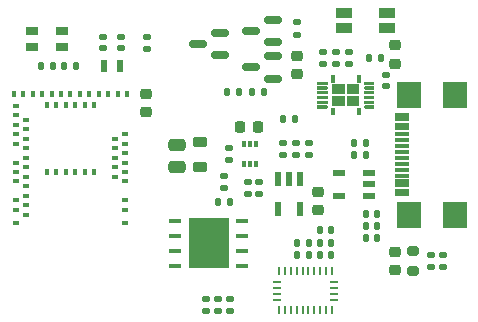
<source format=gbr>
G04 #@! TF.GenerationSoftware,KiCad,Pcbnew,(6.0.0)*
G04 #@! TF.CreationDate,2022-10-31T23:33:13+09:00*
G04 #@! TF.ProjectId,culturit_tx,63756c74-7572-4697-945f-74782e6b6963,rev?*
G04 #@! TF.SameCoordinates,Original*
G04 #@! TF.FileFunction,Paste,Top*
G04 #@! TF.FilePolarity,Positive*
%FSLAX46Y46*%
G04 Gerber Fmt 4.6, Leading zero omitted, Abs format (unit mm)*
G04 Created by KiCad (PCBNEW (6.0.0)) date 2022-10-31 23:33:13*
%MOMM*%
%LPD*%
G01*
G04 APERTURE LIST*
G04 Aperture macros list*
%AMRoundRect*
0 Rectangle with rounded corners*
0 $1 Rounding radius*
0 $2 $3 $4 $5 $6 $7 $8 $9 X,Y pos of 4 corners*
0 Add a 4 corners polygon primitive as box body*
4,1,4,$2,$3,$4,$5,$6,$7,$8,$9,$2,$3,0*
0 Add four circle primitives for the rounded corners*
1,1,$1+$1,$2,$3*
1,1,$1+$1,$4,$5*
1,1,$1+$1,$6,$7*
1,1,$1+$1,$8,$9*
0 Add four rect primitives between the rounded corners*
20,1,$1+$1,$2,$3,$4,$5,0*
20,1,$1+$1,$4,$5,$6,$7,0*
20,1,$1+$1,$6,$7,$8,$9,0*
20,1,$1+$1,$8,$9,$2,$3,0*%
G04 Aperture macros list end*
%ADD10C,0.010000*%
%ADD11R,0.600000X1.100000*%
%ADD12R,1.150000X0.300000*%
%ADD13R,2.000000X2.180000*%
%ADD14RoundRect,0.135000X0.135000X0.185000X-0.135000X0.185000X-0.135000X-0.185000X0.135000X-0.185000X0*%
%ADD15RoundRect,0.147500X-0.147500X-0.172500X0.147500X-0.172500X0.147500X0.172500X-0.147500X0.172500X0*%
%ADD16RoundRect,0.140000X0.170000X-0.140000X0.170000X0.140000X-0.170000X0.140000X-0.170000X-0.140000X0*%
%ADD17RoundRect,0.140000X-0.170000X0.140000X-0.170000X-0.140000X0.170000X-0.140000X0.170000X0.140000X0*%
%ADD18RoundRect,0.135000X0.185000X-0.135000X0.185000X0.135000X-0.185000X0.135000X-0.185000X-0.135000X0*%
%ADD19RoundRect,0.135000X-0.185000X0.135000X-0.185000X-0.135000X0.185000X-0.135000X0.185000X0.135000X0*%
%ADD20RoundRect,0.135000X-0.135000X-0.185000X0.135000X-0.185000X0.135000X0.185000X-0.135000X0.185000X0*%
%ADD21RoundRect,0.140000X0.140000X0.170000X-0.140000X0.170000X-0.140000X-0.170000X0.140000X-0.170000X0*%
%ADD22RoundRect,0.225000X0.225000X0.250000X-0.225000X0.250000X-0.225000X-0.250000X0.225000X-0.250000X0*%
%ADD23R,1.400000X0.900000*%
%ADD24R,0.254000X0.675000*%
%ADD25R,0.675000X0.254000*%
%ADD26RoundRect,0.225000X-0.250000X0.225000X-0.250000X-0.225000X0.250000X-0.225000X0.250000X0.225000X0*%
%ADD27R,0.600000X1.200000*%
%ADD28RoundRect,0.225000X0.250000X-0.225000X0.250000X0.225000X-0.250000X0.225000X-0.250000X-0.225000X0*%
%ADD29RoundRect,0.140000X-0.140000X-0.170000X0.140000X-0.170000X0.140000X0.170000X-0.140000X0.170000X0*%
%ADD30RoundRect,0.150000X0.587500X0.150000X-0.587500X0.150000X-0.587500X-0.150000X0.587500X-0.150000X0*%
%ADD31R,1.000000X0.800000*%
%ADD32RoundRect,0.218750X-0.381250X0.218750X-0.381250X-0.218750X0.381250X-0.218750X0.381250X0.218750X0*%
%ADD33RoundRect,0.200000X-0.275000X0.200000X-0.275000X-0.200000X0.275000X-0.200000X0.275000X0.200000X0*%
%ADD34RoundRect,0.250000X0.475000X-0.250000X0.475000X0.250000X-0.475000X0.250000X-0.475000X-0.250000X0*%
%ADD35R,1.050000X0.450000*%
%ADD36R,3.450000X4.350000*%
%ADD37R,0.300000X0.475000*%
%ADD38R,0.600000X0.400000*%
%ADD39R,0.400000X0.600000*%
%ADD40RoundRect,0.147500X0.172500X-0.147500X0.172500X0.147500X-0.172500X0.147500X-0.172500X-0.147500X0*%
%ADD41R,1.050000X0.550000*%
G04 APERTURE END LIST*
D10*
X41907500Y-23700000D02*
X42607500Y-23700000D01*
X42607500Y-23700000D02*
X42612500Y-23700000D01*
X42612500Y-23700000D02*
X42617500Y-23701000D01*
X42617500Y-23701000D02*
X42623500Y-23701000D01*
X42623500Y-23701000D02*
X42628500Y-23702000D01*
X42628500Y-23702000D02*
X42633500Y-23703000D01*
X42633500Y-23703000D02*
X42638500Y-23705000D01*
X42638500Y-23705000D02*
X42643500Y-23707000D01*
X42643500Y-23707000D02*
X42648500Y-23709000D01*
X42648500Y-23709000D02*
X42652500Y-23711000D01*
X42652500Y-23711000D02*
X42657500Y-23713000D01*
X42657500Y-23713000D02*
X42661500Y-23716000D01*
X42661500Y-23716000D02*
X42666500Y-23719000D01*
X42666500Y-23719000D02*
X42670500Y-23722000D01*
X42670500Y-23722000D02*
X42674500Y-23726000D01*
X42674500Y-23726000D02*
X42678500Y-23729000D01*
X42678500Y-23729000D02*
X42681500Y-23733000D01*
X42681500Y-23733000D02*
X42685500Y-23737000D01*
X42685500Y-23737000D02*
X42688500Y-23741000D01*
X42688500Y-23741000D02*
X42691500Y-23746000D01*
X42691500Y-23746000D02*
X42694500Y-23750000D01*
X42694500Y-23750000D02*
X42696500Y-23755000D01*
X42696500Y-23755000D02*
X42698500Y-23759000D01*
X42698500Y-23759000D02*
X42700500Y-23764000D01*
X42700500Y-23764000D02*
X42702500Y-23769000D01*
X42702500Y-23769000D02*
X42704500Y-23774000D01*
X42704500Y-23774000D02*
X42705500Y-23779000D01*
X42705500Y-23779000D02*
X42706500Y-23784000D01*
X42706500Y-23784000D02*
X42706500Y-23790000D01*
X42706500Y-23790000D02*
X42707500Y-23795000D01*
X42707500Y-23795000D02*
X42707500Y-23800000D01*
X42707500Y-23800000D02*
X42707500Y-23805000D01*
X42707500Y-23805000D02*
X42706500Y-23810000D01*
X42706500Y-23810000D02*
X42706500Y-23816000D01*
X42706500Y-23816000D02*
X42705500Y-23821000D01*
X42705500Y-23821000D02*
X42704500Y-23826000D01*
X42704500Y-23826000D02*
X42702500Y-23831000D01*
X42702500Y-23831000D02*
X42700500Y-23836000D01*
X42700500Y-23836000D02*
X42698500Y-23841000D01*
X42698500Y-23841000D02*
X42696500Y-23845000D01*
X42696500Y-23845000D02*
X42694500Y-23850000D01*
X42694500Y-23850000D02*
X42691500Y-23854000D01*
X42691500Y-23854000D02*
X42688500Y-23859000D01*
X42688500Y-23859000D02*
X42685500Y-23863000D01*
X42685500Y-23863000D02*
X42681500Y-23867000D01*
X42681500Y-23867000D02*
X42678500Y-23871000D01*
X42678500Y-23871000D02*
X42674500Y-23874000D01*
X42674500Y-23874000D02*
X42670500Y-23878000D01*
X42670500Y-23878000D02*
X42666500Y-23881000D01*
X42666500Y-23881000D02*
X42661500Y-23884000D01*
X42661500Y-23884000D02*
X42657500Y-23887000D01*
X42657500Y-23887000D02*
X42652500Y-23889000D01*
X42652500Y-23889000D02*
X42648500Y-23891000D01*
X42648500Y-23891000D02*
X42643500Y-23893000D01*
X42643500Y-23893000D02*
X42638500Y-23895000D01*
X42638500Y-23895000D02*
X42633500Y-23897000D01*
X42633500Y-23897000D02*
X42628500Y-23898000D01*
X42628500Y-23898000D02*
X42623500Y-23899000D01*
X42623500Y-23899000D02*
X42617500Y-23899000D01*
X42617500Y-23899000D02*
X42612500Y-23900000D01*
X42612500Y-23900000D02*
X42607500Y-23900000D01*
X42607500Y-23900000D02*
X41907500Y-23900000D01*
X41907500Y-23900000D02*
X41907500Y-23800000D01*
X41907500Y-23800000D02*
X41907500Y-23700000D01*
X41907500Y-23700000D02*
X41907500Y-23700000D01*
G36*
X42617500Y-23701000D02*
G01*
X42623500Y-23701000D01*
X42633500Y-23703000D01*
X42648500Y-23709000D01*
X42652500Y-23711000D01*
X42657500Y-23713000D01*
X42661500Y-23716000D01*
X42666500Y-23719000D01*
X42670500Y-23722000D01*
X42674500Y-23726000D01*
X42678500Y-23729000D01*
X42681500Y-23733000D01*
X42685500Y-23737000D01*
X42688500Y-23741000D01*
X42691500Y-23746000D01*
X42694500Y-23750000D01*
X42696500Y-23755000D01*
X42698500Y-23759000D01*
X42704500Y-23774000D01*
X42706500Y-23784000D01*
X42706500Y-23790000D01*
X42707500Y-23795000D01*
X42707500Y-23805000D01*
X42706500Y-23810000D01*
X42706500Y-23816000D01*
X42704500Y-23826000D01*
X42698500Y-23841000D01*
X42696500Y-23845000D01*
X42694500Y-23850000D01*
X42691500Y-23854000D01*
X42688500Y-23859000D01*
X42685500Y-23863000D01*
X42681500Y-23867000D01*
X42678500Y-23871000D01*
X42674500Y-23874000D01*
X42670500Y-23878000D01*
X42666500Y-23881000D01*
X42661500Y-23884000D01*
X42657500Y-23887000D01*
X42652500Y-23889000D01*
X42648500Y-23891000D01*
X42633500Y-23897000D01*
X42623500Y-23899000D01*
X42617500Y-23899000D01*
X42612500Y-23900000D01*
X41907500Y-23900000D01*
X41907500Y-23700000D01*
X42612500Y-23700000D01*
X42617500Y-23701000D01*
G37*
X42617500Y-23701000D02*
X42623500Y-23701000D01*
X42633500Y-23703000D01*
X42648500Y-23709000D01*
X42652500Y-23711000D01*
X42657500Y-23713000D01*
X42661500Y-23716000D01*
X42666500Y-23719000D01*
X42670500Y-23722000D01*
X42674500Y-23726000D01*
X42678500Y-23729000D01*
X42681500Y-23733000D01*
X42685500Y-23737000D01*
X42688500Y-23741000D01*
X42691500Y-23746000D01*
X42694500Y-23750000D01*
X42696500Y-23755000D01*
X42698500Y-23759000D01*
X42704500Y-23774000D01*
X42706500Y-23784000D01*
X42706500Y-23790000D01*
X42707500Y-23795000D01*
X42707500Y-23805000D01*
X42706500Y-23810000D01*
X42706500Y-23816000D01*
X42704500Y-23826000D01*
X42698500Y-23841000D01*
X42696500Y-23845000D01*
X42694500Y-23850000D01*
X42691500Y-23854000D01*
X42688500Y-23859000D01*
X42685500Y-23863000D01*
X42681500Y-23867000D01*
X42678500Y-23871000D01*
X42674500Y-23874000D01*
X42670500Y-23878000D01*
X42666500Y-23881000D01*
X42661500Y-23884000D01*
X42657500Y-23887000D01*
X42652500Y-23889000D01*
X42648500Y-23891000D01*
X42633500Y-23897000D01*
X42623500Y-23899000D01*
X42617500Y-23899000D01*
X42612500Y-23900000D01*
X41907500Y-23900000D01*
X41907500Y-23700000D01*
X42612500Y-23700000D01*
X42617500Y-23701000D01*
X41907500Y-24500000D02*
X42607500Y-24500000D01*
X42607500Y-24500000D02*
X42612500Y-24500000D01*
X42612500Y-24500000D02*
X42617500Y-24501000D01*
X42617500Y-24501000D02*
X42623500Y-24501000D01*
X42623500Y-24501000D02*
X42628500Y-24502000D01*
X42628500Y-24502000D02*
X42633500Y-24503000D01*
X42633500Y-24503000D02*
X42638500Y-24505000D01*
X42638500Y-24505000D02*
X42643500Y-24507000D01*
X42643500Y-24507000D02*
X42648500Y-24509000D01*
X42648500Y-24509000D02*
X42652500Y-24511000D01*
X42652500Y-24511000D02*
X42657500Y-24513000D01*
X42657500Y-24513000D02*
X42661500Y-24516000D01*
X42661500Y-24516000D02*
X42666500Y-24519000D01*
X42666500Y-24519000D02*
X42670500Y-24522000D01*
X42670500Y-24522000D02*
X42674500Y-24526000D01*
X42674500Y-24526000D02*
X42678500Y-24529000D01*
X42678500Y-24529000D02*
X42681500Y-24533000D01*
X42681500Y-24533000D02*
X42685500Y-24537000D01*
X42685500Y-24537000D02*
X42688500Y-24541000D01*
X42688500Y-24541000D02*
X42691500Y-24546000D01*
X42691500Y-24546000D02*
X42694500Y-24550000D01*
X42694500Y-24550000D02*
X42696500Y-24555000D01*
X42696500Y-24555000D02*
X42698500Y-24559000D01*
X42698500Y-24559000D02*
X42700500Y-24564000D01*
X42700500Y-24564000D02*
X42702500Y-24569000D01*
X42702500Y-24569000D02*
X42704500Y-24574000D01*
X42704500Y-24574000D02*
X42705500Y-24579000D01*
X42705500Y-24579000D02*
X42706500Y-24584000D01*
X42706500Y-24584000D02*
X42706500Y-24590000D01*
X42706500Y-24590000D02*
X42707500Y-24595000D01*
X42707500Y-24595000D02*
X42707500Y-24600000D01*
X42707500Y-24600000D02*
X42707500Y-24605000D01*
X42707500Y-24605000D02*
X42706500Y-24610000D01*
X42706500Y-24610000D02*
X42706500Y-24616000D01*
X42706500Y-24616000D02*
X42705500Y-24621000D01*
X42705500Y-24621000D02*
X42704500Y-24626000D01*
X42704500Y-24626000D02*
X42702500Y-24631000D01*
X42702500Y-24631000D02*
X42700500Y-24636000D01*
X42700500Y-24636000D02*
X42698500Y-24641000D01*
X42698500Y-24641000D02*
X42696500Y-24645000D01*
X42696500Y-24645000D02*
X42694500Y-24650000D01*
X42694500Y-24650000D02*
X42691500Y-24654000D01*
X42691500Y-24654000D02*
X42688500Y-24659000D01*
X42688500Y-24659000D02*
X42685500Y-24663000D01*
X42685500Y-24663000D02*
X42681500Y-24667000D01*
X42681500Y-24667000D02*
X42678500Y-24671000D01*
X42678500Y-24671000D02*
X42674500Y-24674000D01*
X42674500Y-24674000D02*
X42670500Y-24678000D01*
X42670500Y-24678000D02*
X42666500Y-24681000D01*
X42666500Y-24681000D02*
X42661500Y-24684000D01*
X42661500Y-24684000D02*
X42657500Y-24687000D01*
X42657500Y-24687000D02*
X42652500Y-24689000D01*
X42652500Y-24689000D02*
X42648500Y-24691000D01*
X42648500Y-24691000D02*
X42643500Y-24693000D01*
X42643500Y-24693000D02*
X42638500Y-24695000D01*
X42638500Y-24695000D02*
X42633500Y-24697000D01*
X42633500Y-24697000D02*
X42628500Y-24698000D01*
X42628500Y-24698000D02*
X42623500Y-24699000D01*
X42623500Y-24699000D02*
X42617500Y-24699000D01*
X42617500Y-24699000D02*
X42612500Y-24700000D01*
X42612500Y-24700000D02*
X42607500Y-24700000D01*
X42607500Y-24700000D02*
X41907500Y-24700000D01*
X41907500Y-24700000D02*
X41907500Y-24600000D01*
X41907500Y-24600000D02*
X41907500Y-24500000D01*
X41907500Y-24500000D02*
X41907500Y-24500000D01*
G36*
X42617500Y-24501000D02*
G01*
X42623500Y-24501000D01*
X42633500Y-24503000D01*
X42648500Y-24509000D01*
X42652500Y-24511000D01*
X42657500Y-24513000D01*
X42661500Y-24516000D01*
X42666500Y-24519000D01*
X42670500Y-24522000D01*
X42674500Y-24526000D01*
X42678500Y-24529000D01*
X42681500Y-24533000D01*
X42685500Y-24537000D01*
X42688500Y-24541000D01*
X42691500Y-24546000D01*
X42694500Y-24550000D01*
X42696500Y-24555000D01*
X42698500Y-24559000D01*
X42704500Y-24574000D01*
X42706500Y-24584000D01*
X42706500Y-24590000D01*
X42707500Y-24595000D01*
X42707500Y-24605000D01*
X42706500Y-24610000D01*
X42706500Y-24616000D01*
X42704500Y-24626000D01*
X42698500Y-24641000D01*
X42696500Y-24645000D01*
X42694500Y-24650000D01*
X42691500Y-24654000D01*
X42688500Y-24659000D01*
X42685500Y-24663000D01*
X42681500Y-24667000D01*
X42678500Y-24671000D01*
X42674500Y-24674000D01*
X42670500Y-24678000D01*
X42666500Y-24681000D01*
X42661500Y-24684000D01*
X42657500Y-24687000D01*
X42652500Y-24689000D01*
X42648500Y-24691000D01*
X42633500Y-24697000D01*
X42623500Y-24699000D01*
X42617500Y-24699000D01*
X42612500Y-24700000D01*
X41907500Y-24700000D01*
X41907500Y-24500000D01*
X42612500Y-24500000D01*
X42617500Y-24501000D01*
G37*
X42617500Y-24501000D02*
X42623500Y-24501000D01*
X42633500Y-24503000D01*
X42648500Y-24509000D01*
X42652500Y-24511000D01*
X42657500Y-24513000D01*
X42661500Y-24516000D01*
X42666500Y-24519000D01*
X42670500Y-24522000D01*
X42674500Y-24526000D01*
X42678500Y-24529000D01*
X42681500Y-24533000D01*
X42685500Y-24537000D01*
X42688500Y-24541000D01*
X42691500Y-24546000D01*
X42694500Y-24550000D01*
X42696500Y-24555000D01*
X42698500Y-24559000D01*
X42704500Y-24574000D01*
X42706500Y-24584000D01*
X42706500Y-24590000D01*
X42707500Y-24595000D01*
X42707500Y-24605000D01*
X42706500Y-24610000D01*
X42706500Y-24616000D01*
X42704500Y-24626000D01*
X42698500Y-24641000D01*
X42696500Y-24645000D01*
X42694500Y-24650000D01*
X42691500Y-24654000D01*
X42688500Y-24659000D01*
X42685500Y-24663000D01*
X42681500Y-24667000D01*
X42678500Y-24671000D01*
X42674500Y-24674000D01*
X42670500Y-24678000D01*
X42666500Y-24681000D01*
X42661500Y-24684000D01*
X42657500Y-24687000D01*
X42652500Y-24689000D01*
X42648500Y-24691000D01*
X42633500Y-24697000D01*
X42623500Y-24699000D01*
X42617500Y-24699000D01*
X42612500Y-24700000D01*
X41907500Y-24700000D01*
X41907500Y-24500000D01*
X42612500Y-24500000D01*
X42617500Y-24501000D01*
X43307500Y-26025000D02*
X43307500Y-25500000D01*
X43307500Y-25500000D02*
X43057500Y-25500000D01*
X43057500Y-25500000D02*
X43057500Y-26025000D01*
X43057500Y-26025000D02*
X43307500Y-26025000D01*
G36*
X43307500Y-26025000D02*
G01*
X43057500Y-26025000D01*
X43057500Y-25500000D01*
X43307500Y-25500000D01*
X43307500Y-26025000D01*
G37*
X43307500Y-26025000D02*
X43057500Y-26025000D01*
X43057500Y-25500000D01*
X43307500Y-25500000D01*
X43307500Y-26025000D01*
X46657500Y-23500000D02*
X45957500Y-23500000D01*
X45957500Y-23500000D02*
X45952500Y-23500000D01*
X45952500Y-23500000D02*
X45947500Y-23499000D01*
X45947500Y-23499000D02*
X45941500Y-23499000D01*
X45941500Y-23499000D02*
X45936500Y-23498000D01*
X45936500Y-23498000D02*
X45931500Y-23497000D01*
X45931500Y-23497000D02*
X45926500Y-23495000D01*
X45926500Y-23495000D02*
X45921500Y-23493000D01*
X45921500Y-23493000D02*
X45916500Y-23491000D01*
X45916500Y-23491000D02*
X45912500Y-23489000D01*
X45912500Y-23489000D02*
X45907500Y-23487000D01*
X45907500Y-23487000D02*
X45903500Y-23484000D01*
X45903500Y-23484000D02*
X45898500Y-23481000D01*
X45898500Y-23481000D02*
X45894500Y-23478000D01*
X45894500Y-23478000D02*
X45890500Y-23474000D01*
X45890500Y-23474000D02*
X45886500Y-23471000D01*
X45886500Y-23471000D02*
X45883500Y-23467000D01*
X45883500Y-23467000D02*
X45879500Y-23463000D01*
X45879500Y-23463000D02*
X45876500Y-23459000D01*
X45876500Y-23459000D02*
X45873500Y-23454000D01*
X45873500Y-23454000D02*
X45870500Y-23450000D01*
X45870500Y-23450000D02*
X45868500Y-23445000D01*
X45868500Y-23445000D02*
X45866500Y-23441000D01*
X45866500Y-23441000D02*
X45864500Y-23436000D01*
X45864500Y-23436000D02*
X45862500Y-23431000D01*
X45862500Y-23431000D02*
X45860500Y-23426000D01*
X45860500Y-23426000D02*
X45859500Y-23421000D01*
X45859500Y-23421000D02*
X45858500Y-23416000D01*
X45858500Y-23416000D02*
X45858500Y-23410000D01*
X45858500Y-23410000D02*
X45857500Y-23405000D01*
X45857500Y-23405000D02*
X45857500Y-23400000D01*
X45857500Y-23400000D02*
X45857500Y-23395000D01*
X45857500Y-23395000D02*
X45858500Y-23390000D01*
X45858500Y-23390000D02*
X45858500Y-23384000D01*
X45858500Y-23384000D02*
X45859500Y-23379000D01*
X45859500Y-23379000D02*
X45860500Y-23374000D01*
X45860500Y-23374000D02*
X45862500Y-23369000D01*
X45862500Y-23369000D02*
X45864500Y-23364000D01*
X45864500Y-23364000D02*
X45866500Y-23359000D01*
X45866500Y-23359000D02*
X45868500Y-23355000D01*
X45868500Y-23355000D02*
X45870500Y-23350000D01*
X45870500Y-23350000D02*
X45873500Y-23346000D01*
X45873500Y-23346000D02*
X45876500Y-23341000D01*
X45876500Y-23341000D02*
X45879500Y-23337000D01*
X45879500Y-23337000D02*
X45883500Y-23333000D01*
X45883500Y-23333000D02*
X45886500Y-23329000D01*
X45886500Y-23329000D02*
X45890500Y-23326000D01*
X45890500Y-23326000D02*
X45894500Y-23322000D01*
X45894500Y-23322000D02*
X45898500Y-23319000D01*
X45898500Y-23319000D02*
X45903500Y-23316000D01*
X45903500Y-23316000D02*
X45907500Y-23313000D01*
X45907500Y-23313000D02*
X45912500Y-23311000D01*
X45912500Y-23311000D02*
X45916500Y-23309000D01*
X45916500Y-23309000D02*
X45921500Y-23307000D01*
X45921500Y-23307000D02*
X45926500Y-23305000D01*
X45926500Y-23305000D02*
X45931500Y-23303000D01*
X45931500Y-23303000D02*
X45936500Y-23302000D01*
X45936500Y-23302000D02*
X45941500Y-23301000D01*
X45941500Y-23301000D02*
X45947500Y-23301000D01*
X45947500Y-23301000D02*
X45952500Y-23300000D01*
X45952500Y-23300000D02*
X45957500Y-23300000D01*
X45957500Y-23300000D02*
X46657500Y-23300000D01*
X46657500Y-23300000D02*
X46657500Y-23400000D01*
X46657500Y-23400000D02*
X46657500Y-23500000D01*
X46657500Y-23500000D02*
X46657500Y-23500000D01*
G36*
X46657500Y-23500000D02*
G01*
X45952500Y-23500000D01*
X45947500Y-23499000D01*
X45941500Y-23499000D01*
X45931500Y-23497000D01*
X45916500Y-23491000D01*
X45912500Y-23489000D01*
X45907500Y-23487000D01*
X45903500Y-23484000D01*
X45898500Y-23481000D01*
X45894500Y-23478000D01*
X45890500Y-23474000D01*
X45886500Y-23471000D01*
X45883500Y-23467000D01*
X45879500Y-23463000D01*
X45876500Y-23459000D01*
X45873500Y-23454000D01*
X45870500Y-23450000D01*
X45868500Y-23445000D01*
X45866500Y-23441000D01*
X45860500Y-23426000D01*
X45858500Y-23416000D01*
X45858500Y-23410000D01*
X45857500Y-23405000D01*
X45857500Y-23395000D01*
X45858500Y-23390000D01*
X45858500Y-23384000D01*
X45860500Y-23374000D01*
X45866500Y-23359000D01*
X45868500Y-23355000D01*
X45870500Y-23350000D01*
X45873500Y-23346000D01*
X45876500Y-23341000D01*
X45879500Y-23337000D01*
X45883500Y-23333000D01*
X45886500Y-23329000D01*
X45890500Y-23326000D01*
X45894500Y-23322000D01*
X45898500Y-23319000D01*
X45903500Y-23316000D01*
X45907500Y-23313000D01*
X45912500Y-23311000D01*
X45916500Y-23309000D01*
X45931500Y-23303000D01*
X45941500Y-23301000D01*
X45947500Y-23301000D01*
X45952500Y-23300000D01*
X46657500Y-23300000D01*
X46657500Y-23500000D01*
G37*
X46657500Y-23500000D02*
X45952500Y-23500000D01*
X45947500Y-23499000D01*
X45941500Y-23499000D01*
X45931500Y-23497000D01*
X45916500Y-23491000D01*
X45912500Y-23489000D01*
X45907500Y-23487000D01*
X45903500Y-23484000D01*
X45898500Y-23481000D01*
X45894500Y-23478000D01*
X45890500Y-23474000D01*
X45886500Y-23471000D01*
X45883500Y-23467000D01*
X45879500Y-23463000D01*
X45876500Y-23459000D01*
X45873500Y-23454000D01*
X45870500Y-23450000D01*
X45868500Y-23445000D01*
X45866500Y-23441000D01*
X45860500Y-23426000D01*
X45858500Y-23416000D01*
X45858500Y-23410000D01*
X45857500Y-23405000D01*
X45857500Y-23395000D01*
X45858500Y-23390000D01*
X45858500Y-23384000D01*
X45860500Y-23374000D01*
X45866500Y-23359000D01*
X45868500Y-23355000D01*
X45870500Y-23350000D01*
X45873500Y-23346000D01*
X45876500Y-23341000D01*
X45879500Y-23337000D01*
X45883500Y-23333000D01*
X45886500Y-23329000D01*
X45890500Y-23326000D01*
X45894500Y-23322000D01*
X45898500Y-23319000D01*
X45903500Y-23316000D01*
X45907500Y-23313000D01*
X45912500Y-23311000D01*
X45916500Y-23309000D01*
X45931500Y-23303000D01*
X45941500Y-23301000D01*
X45947500Y-23301000D01*
X45952500Y-23300000D01*
X46657500Y-23300000D01*
X46657500Y-23500000D01*
X46657500Y-24300000D02*
X45957500Y-24300000D01*
X45957500Y-24300000D02*
X45952500Y-24300000D01*
X45952500Y-24300000D02*
X45947500Y-24299000D01*
X45947500Y-24299000D02*
X45941500Y-24299000D01*
X45941500Y-24299000D02*
X45936500Y-24298000D01*
X45936500Y-24298000D02*
X45931500Y-24297000D01*
X45931500Y-24297000D02*
X45926500Y-24295000D01*
X45926500Y-24295000D02*
X45921500Y-24293000D01*
X45921500Y-24293000D02*
X45916500Y-24291000D01*
X45916500Y-24291000D02*
X45912500Y-24289000D01*
X45912500Y-24289000D02*
X45907500Y-24287000D01*
X45907500Y-24287000D02*
X45903500Y-24284000D01*
X45903500Y-24284000D02*
X45898500Y-24281000D01*
X45898500Y-24281000D02*
X45894500Y-24278000D01*
X45894500Y-24278000D02*
X45890500Y-24274000D01*
X45890500Y-24274000D02*
X45886500Y-24271000D01*
X45886500Y-24271000D02*
X45883500Y-24267000D01*
X45883500Y-24267000D02*
X45879500Y-24263000D01*
X45879500Y-24263000D02*
X45876500Y-24259000D01*
X45876500Y-24259000D02*
X45873500Y-24254000D01*
X45873500Y-24254000D02*
X45870500Y-24250000D01*
X45870500Y-24250000D02*
X45868500Y-24245000D01*
X45868500Y-24245000D02*
X45866500Y-24241000D01*
X45866500Y-24241000D02*
X45864500Y-24236000D01*
X45864500Y-24236000D02*
X45862500Y-24231000D01*
X45862500Y-24231000D02*
X45860500Y-24226000D01*
X45860500Y-24226000D02*
X45859500Y-24221000D01*
X45859500Y-24221000D02*
X45858500Y-24216000D01*
X45858500Y-24216000D02*
X45858500Y-24210000D01*
X45858500Y-24210000D02*
X45857500Y-24205000D01*
X45857500Y-24205000D02*
X45857500Y-24200000D01*
X45857500Y-24200000D02*
X45857500Y-24195000D01*
X45857500Y-24195000D02*
X45858500Y-24190000D01*
X45858500Y-24190000D02*
X45858500Y-24184000D01*
X45858500Y-24184000D02*
X45859500Y-24179000D01*
X45859500Y-24179000D02*
X45860500Y-24174000D01*
X45860500Y-24174000D02*
X45862500Y-24169000D01*
X45862500Y-24169000D02*
X45864500Y-24164000D01*
X45864500Y-24164000D02*
X45866500Y-24159000D01*
X45866500Y-24159000D02*
X45868500Y-24155000D01*
X45868500Y-24155000D02*
X45870500Y-24150000D01*
X45870500Y-24150000D02*
X45873500Y-24146000D01*
X45873500Y-24146000D02*
X45876500Y-24141000D01*
X45876500Y-24141000D02*
X45879500Y-24137000D01*
X45879500Y-24137000D02*
X45883500Y-24133000D01*
X45883500Y-24133000D02*
X45886500Y-24129000D01*
X45886500Y-24129000D02*
X45890500Y-24126000D01*
X45890500Y-24126000D02*
X45894500Y-24122000D01*
X45894500Y-24122000D02*
X45898500Y-24119000D01*
X45898500Y-24119000D02*
X45903500Y-24116000D01*
X45903500Y-24116000D02*
X45907500Y-24113000D01*
X45907500Y-24113000D02*
X45912500Y-24111000D01*
X45912500Y-24111000D02*
X45916500Y-24109000D01*
X45916500Y-24109000D02*
X45921500Y-24107000D01*
X45921500Y-24107000D02*
X45926500Y-24105000D01*
X45926500Y-24105000D02*
X45931500Y-24103000D01*
X45931500Y-24103000D02*
X45936500Y-24102000D01*
X45936500Y-24102000D02*
X45941500Y-24101000D01*
X45941500Y-24101000D02*
X45947500Y-24101000D01*
X45947500Y-24101000D02*
X45952500Y-24100000D01*
X45952500Y-24100000D02*
X45957500Y-24100000D01*
X45957500Y-24100000D02*
X46657500Y-24100000D01*
X46657500Y-24100000D02*
X46657500Y-24200000D01*
X46657500Y-24200000D02*
X46657500Y-24300000D01*
X46657500Y-24300000D02*
X46657500Y-24300000D01*
G36*
X46657500Y-24300000D02*
G01*
X45952500Y-24300000D01*
X45947500Y-24299000D01*
X45941500Y-24299000D01*
X45931500Y-24297000D01*
X45916500Y-24291000D01*
X45912500Y-24289000D01*
X45907500Y-24287000D01*
X45903500Y-24284000D01*
X45898500Y-24281000D01*
X45894500Y-24278000D01*
X45890500Y-24274000D01*
X45886500Y-24271000D01*
X45883500Y-24267000D01*
X45879500Y-24263000D01*
X45876500Y-24259000D01*
X45873500Y-24254000D01*
X45870500Y-24250000D01*
X45868500Y-24245000D01*
X45866500Y-24241000D01*
X45860500Y-24226000D01*
X45858500Y-24216000D01*
X45858500Y-24210000D01*
X45857500Y-24205000D01*
X45857500Y-24195000D01*
X45858500Y-24190000D01*
X45858500Y-24184000D01*
X45860500Y-24174000D01*
X45866500Y-24159000D01*
X45868500Y-24155000D01*
X45870500Y-24150000D01*
X45873500Y-24146000D01*
X45876500Y-24141000D01*
X45879500Y-24137000D01*
X45883500Y-24133000D01*
X45886500Y-24129000D01*
X45890500Y-24126000D01*
X45894500Y-24122000D01*
X45898500Y-24119000D01*
X45903500Y-24116000D01*
X45907500Y-24113000D01*
X45912500Y-24111000D01*
X45916500Y-24109000D01*
X45931500Y-24103000D01*
X45941500Y-24101000D01*
X45947500Y-24101000D01*
X45952500Y-24100000D01*
X46657500Y-24100000D01*
X46657500Y-24300000D01*
G37*
X46657500Y-24300000D02*
X45952500Y-24300000D01*
X45947500Y-24299000D01*
X45941500Y-24299000D01*
X45931500Y-24297000D01*
X45916500Y-24291000D01*
X45912500Y-24289000D01*
X45907500Y-24287000D01*
X45903500Y-24284000D01*
X45898500Y-24281000D01*
X45894500Y-24278000D01*
X45890500Y-24274000D01*
X45886500Y-24271000D01*
X45883500Y-24267000D01*
X45879500Y-24263000D01*
X45876500Y-24259000D01*
X45873500Y-24254000D01*
X45870500Y-24250000D01*
X45868500Y-24245000D01*
X45866500Y-24241000D01*
X45860500Y-24226000D01*
X45858500Y-24216000D01*
X45858500Y-24210000D01*
X45857500Y-24205000D01*
X45857500Y-24195000D01*
X45858500Y-24190000D01*
X45858500Y-24184000D01*
X45860500Y-24174000D01*
X45866500Y-24159000D01*
X45868500Y-24155000D01*
X45870500Y-24150000D01*
X45873500Y-24146000D01*
X45876500Y-24141000D01*
X45879500Y-24137000D01*
X45883500Y-24133000D01*
X45886500Y-24129000D01*
X45890500Y-24126000D01*
X45894500Y-24122000D01*
X45898500Y-24119000D01*
X45903500Y-24116000D01*
X45907500Y-24113000D01*
X45912500Y-24111000D01*
X45916500Y-24109000D01*
X45931500Y-24103000D01*
X45941500Y-24101000D01*
X45947500Y-24101000D01*
X45952500Y-24100000D01*
X46657500Y-24100000D01*
X46657500Y-24300000D01*
X45382500Y-24300000D02*
X44382500Y-24300000D01*
X44382500Y-24300000D02*
X44382500Y-23500000D01*
X44382500Y-23500000D02*
X45382500Y-23500000D01*
X45382500Y-23500000D02*
X45382500Y-24300000D01*
G36*
X45382500Y-24300000D02*
G01*
X44382500Y-24300000D01*
X44382500Y-23500000D01*
X45382500Y-23500000D01*
X45382500Y-24300000D01*
G37*
X45382500Y-24300000D02*
X44382500Y-24300000D01*
X44382500Y-23500000D01*
X45382500Y-23500000D01*
X45382500Y-24300000D01*
X46657500Y-25500000D02*
X45957500Y-25500000D01*
X45957500Y-25500000D02*
X45952500Y-25500000D01*
X45952500Y-25500000D02*
X45947500Y-25499000D01*
X45947500Y-25499000D02*
X45941500Y-25499000D01*
X45941500Y-25499000D02*
X45936500Y-25498000D01*
X45936500Y-25498000D02*
X45931500Y-25497000D01*
X45931500Y-25497000D02*
X45926500Y-25495000D01*
X45926500Y-25495000D02*
X45921500Y-25493000D01*
X45921500Y-25493000D02*
X45916500Y-25491000D01*
X45916500Y-25491000D02*
X45912500Y-25489000D01*
X45912500Y-25489000D02*
X45907500Y-25487000D01*
X45907500Y-25487000D02*
X45903500Y-25484000D01*
X45903500Y-25484000D02*
X45898500Y-25481000D01*
X45898500Y-25481000D02*
X45894500Y-25478000D01*
X45894500Y-25478000D02*
X45890500Y-25474000D01*
X45890500Y-25474000D02*
X45886500Y-25471000D01*
X45886500Y-25471000D02*
X45883500Y-25467000D01*
X45883500Y-25467000D02*
X45879500Y-25463000D01*
X45879500Y-25463000D02*
X45876500Y-25459000D01*
X45876500Y-25459000D02*
X45873500Y-25454000D01*
X45873500Y-25454000D02*
X45870500Y-25450000D01*
X45870500Y-25450000D02*
X45868500Y-25445000D01*
X45868500Y-25445000D02*
X45866500Y-25441000D01*
X45866500Y-25441000D02*
X45864500Y-25436000D01*
X45864500Y-25436000D02*
X45862500Y-25431000D01*
X45862500Y-25431000D02*
X45860500Y-25426000D01*
X45860500Y-25426000D02*
X45859500Y-25421000D01*
X45859500Y-25421000D02*
X45858500Y-25416000D01*
X45858500Y-25416000D02*
X45858500Y-25410000D01*
X45858500Y-25410000D02*
X45857500Y-25405000D01*
X45857500Y-25405000D02*
X45857500Y-25400000D01*
X45857500Y-25400000D02*
X45857500Y-25395000D01*
X45857500Y-25395000D02*
X45858500Y-25390000D01*
X45858500Y-25390000D02*
X45858500Y-25384000D01*
X45858500Y-25384000D02*
X45859500Y-25379000D01*
X45859500Y-25379000D02*
X45860500Y-25374000D01*
X45860500Y-25374000D02*
X45862500Y-25369000D01*
X45862500Y-25369000D02*
X45864500Y-25364000D01*
X45864500Y-25364000D02*
X45866500Y-25359000D01*
X45866500Y-25359000D02*
X45868500Y-25355000D01*
X45868500Y-25355000D02*
X45870500Y-25350000D01*
X45870500Y-25350000D02*
X45873500Y-25346000D01*
X45873500Y-25346000D02*
X45876500Y-25341000D01*
X45876500Y-25341000D02*
X45879500Y-25337000D01*
X45879500Y-25337000D02*
X45883500Y-25333000D01*
X45883500Y-25333000D02*
X45886500Y-25329000D01*
X45886500Y-25329000D02*
X45890500Y-25326000D01*
X45890500Y-25326000D02*
X45894500Y-25322000D01*
X45894500Y-25322000D02*
X45898500Y-25319000D01*
X45898500Y-25319000D02*
X45903500Y-25316000D01*
X45903500Y-25316000D02*
X45907500Y-25313000D01*
X45907500Y-25313000D02*
X45912500Y-25311000D01*
X45912500Y-25311000D02*
X45916500Y-25309000D01*
X45916500Y-25309000D02*
X45921500Y-25307000D01*
X45921500Y-25307000D02*
X45926500Y-25305000D01*
X45926500Y-25305000D02*
X45931500Y-25303000D01*
X45931500Y-25303000D02*
X45936500Y-25302000D01*
X45936500Y-25302000D02*
X45941500Y-25301000D01*
X45941500Y-25301000D02*
X45947500Y-25301000D01*
X45947500Y-25301000D02*
X45952500Y-25300000D01*
X45952500Y-25300000D02*
X45957500Y-25300000D01*
X45957500Y-25300000D02*
X46657500Y-25300000D01*
X46657500Y-25300000D02*
X46657500Y-25400000D01*
X46657500Y-25400000D02*
X46657500Y-25500000D01*
X46657500Y-25500000D02*
X46657500Y-25500000D01*
G36*
X46657500Y-25500000D02*
G01*
X45952500Y-25500000D01*
X45947500Y-25499000D01*
X45941500Y-25499000D01*
X45931500Y-25497000D01*
X45916500Y-25491000D01*
X45912500Y-25489000D01*
X45907500Y-25487000D01*
X45903500Y-25484000D01*
X45898500Y-25481000D01*
X45894500Y-25478000D01*
X45890500Y-25474000D01*
X45886500Y-25471000D01*
X45883500Y-25467000D01*
X45879500Y-25463000D01*
X45876500Y-25459000D01*
X45873500Y-25454000D01*
X45870500Y-25450000D01*
X45868500Y-25445000D01*
X45866500Y-25441000D01*
X45860500Y-25426000D01*
X45858500Y-25416000D01*
X45858500Y-25410000D01*
X45857500Y-25405000D01*
X45857500Y-25395000D01*
X45858500Y-25390000D01*
X45858500Y-25384000D01*
X45860500Y-25374000D01*
X45866500Y-25359000D01*
X45868500Y-25355000D01*
X45870500Y-25350000D01*
X45873500Y-25346000D01*
X45876500Y-25341000D01*
X45879500Y-25337000D01*
X45883500Y-25333000D01*
X45886500Y-25329000D01*
X45890500Y-25326000D01*
X45894500Y-25322000D01*
X45898500Y-25319000D01*
X45903500Y-25316000D01*
X45907500Y-25313000D01*
X45912500Y-25311000D01*
X45916500Y-25309000D01*
X45931500Y-25303000D01*
X45941500Y-25301000D01*
X45947500Y-25301000D01*
X45952500Y-25300000D01*
X46657500Y-25300000D01*
X46657500Y-25500000D01*
G37*
X46657500Y-25500000D02*
X45952500Y-25500000D01*
X45947500Y-25499000D01*
X45941500Y-25499000D01*
X45931500Y-25497000D01*
X45916500Y-25491000D01*
X45912500Y-25489000D01*
X45907500Y-25487000D01*
X45903500Y-25484000D01*
X45898500Y-25481000D01*
X45894500Y-25478000D01*
X45890500Y-25474000D01*
X45886500Y-25471000D01*
X45883500Y-25467000D01*
X45879500Y-25463000D01*
X45876500Y-25459000D01*
X45873500Y-25454000D01*
X45870500Y-25450000D01*
X45868500Y-25445000D01*
X45866500Y-25441000D01*
X45860500Y-25426000D01*
X45858500Y-25416000D01*
X45858500Y-25410000D01*
X45857500Y-25405000D01*
X45857500Y-25395000D01*
X45858500Y-25390000D01*
X45858500Y-25384000D01*
X45860500Y-25374000D01*
X45866500Y-25359000D01*
X45868500Y-25355000D01*
X45870500Y-25350000D01*
X45873500Y-25346000D01*
X45876500Y-25341000D01*
X45879500Y-25337000D01*
X45883500Y-25333000D01*
X45886500Y-25329000D01*
X45890500Y-25326000D01*
X45894500Y-25322000D01*
X45898500Y-25319000D01*
X45903500Y-25316000D01*
X45907500Y-25313000D01*
X45912500Y-25311000D01*
X45916500Y-25309000D01*
X45931500Y-25303000D01*
X45941500Y-25301000D01*
X45947500Y-25301000D01*
X45952500Y-25300000D01*
X46657500Y-25300000D01*
X46657500Y-25500000D01*
X41907500Y-25300000D02*
X42607500Y-25300000D01*
X42607500Y-25300000D02*
X42612500Y-25300000D01*
X42612500Y-25300000D02*
X42617500Y-25301000D01*
X42617500Y-25301000D02*
X42623500Y-25301000D01*
X42623500Y-25301000D02*
X42628500Y-25302000D01*
X42628500Y-25302000D02*
X42633500Y-25303000D01*
X42633500Y-25303000D02*
X42638500Y-25305000D01*
X42638500Y-25305000D02*
X42643500Y-25307000D01*
X42643500Y-25307000D02*
X42648500Y-25309000D01*
X42648500Y-25309000D02*
X42652500Y-25311000D01*
X42652500Y-25311000D02*
X42657500Y-25313000D01*
X42657500Y-25313000D02*
X42661500Y-25316000D01*
X42661500Y-25316000D02*
X42666500Y-25319000D01*
X42666500Y-25319000D02*
X42670500Y-25322000D01*
X42670500Y-25322000D02*
X42674500Y-25326000D01*
X42674500Y-25326000D02*
X42678500Y-25329000D01*
X42678500Y-25329000D02*
X42681500Y-25333000D01*
X42681500Y-25333000D02*
X42685500Y-25337000D01*
X42685500Y-25337000D02*
X42688500Y-25341000D01*
X42688500Y-25341000D02*
X42691500Y-25346000D01*
X42691500Y-25346000D02*
X42694500Y-25350000D01*
X42694500Y-25350000D02*
X42696500Y-25355000D01*
X42696500Y-25355000D02*
X42698500Y-25359000D01*
X42698500Y-25359000D02*
X42700500Y-25364000D01*
X42700500Y-25364000D02*
X42702500Y-25369000D01*
X42702500Y-25369000D02*
X42704500Y-25374000D01*
X42704500Y-25374000D02*
X42705500Y-25379000D01*
X42705500Y-25379000D02*
X42706500Y-25384000D01*
X42706500Y-25384000D02*
X42706500Y-25390000D01*
X42706500Y-25390000D02*
X42707500Y-25395000D01*
X42707500Y-25395000D02*
X42707500Y-25400000D01*
X42707500Y-25400000D02*
X42707500Y-25405000D01*
X42707500Y-25405000D02*
X42706500Y-25410000D01*
X42706500Y-25410000D02*
X42706500Y-25416000D01*
X42706500Y-25416000D02*
X42705500Y-25421000D01*
X42705500Y-25421000D02*
X42704500Y-25426000D01*
X42704500Y-25426000D02*
X42702500Y-25431000D01*
X42702500Y-25431000D02*
X42700500Y-25436000D01*
X42700500Y-25436000D02*
X42698500Y-25441000D01*
X42698500Y-25441000D02*
X42696500Y-25445000D01*
X42696500Y-25445000D02*
X42694500Y-25450000D01*
X42694500Y-25450000D02*
X42691500Y-25454000D01*
X42691500Y-25454000D02*
X42688500Y-25459000D01*
X42688500Y-25459000D02*
X42685500Y-25463000D01*
X42685500Y-25463000D02*
X42681500Y-25467000D01*
X42681500Y-25467000D02*
X42678500Y-25471000D01*
X42678500Y-25471000D02*
X42674500Y-25474000D01*
X42674500Y-25474000D02*
X42670500Y-25478000D01*
X42670500Y-25478000D02*
X42666500Y-25481000D01*
X42666500Y-25481000D02*
X42661500Y-25484000D01*
X42661500Y-25484000D02*
X42657500Y-25487000D01*
X42657500Y-25487000D02*
X42652500Y-25489000D01*
X42652500Y-25489000D02*
X42648500Y-25491000D01*
X42648500Y-25491000D02*
X42643500Y-25493000D01*
X42643500Y-25493000D02*
X42638500Y-25495000D01*
X42638500Y-25495000D02*
X42633500Y-25497000D01*
X42633500Y-25497000D02*
X42628500Y-25498000D01*
X42628500Y-25498000D02*
X42623500Y-25499000D01*
X42623500Y-25499000D02*
X42617500Y-25499000D01*
X42617500Y-25499000D02*
X42612500Y-25500000D01*
X42612500Y-25500000D02*
X42607500Y-25500000D01*
X42607500Y-25500000D02*
X41907500Y-25500000D01*
X41907500Y-25500000D02*
X41907500Y-25400000D01*
X41907500Y-25400000D02*
X41907500Y-25300000D01*
X41907500Y-25300000D02*
X41907500Y-25300000D01*
G36*
X42617500Y-25301000D02*
G01*
X42623500Y-25301000D01*
X42633500Y-25303000D01*
X42648500Y-25309000D01*
X42652500Y-25311000D01*
X42657500Y-25313000D01*
X42661500Y-25316000D01*
X42666500Y-25319000D01*
X42670500Y-25322000D01*
X42674500Y-25326000D01*
X42678500Y-25329000D01*
X42681500Y-25333000D01*
X42685500Y-25337000D01*
X42688500Y-25341000D01*
X42691500Y-25346000D01*
X42694500Y-25350000D01*
X42696500Y-25355000D01*
X42698500Y-25359000D01*
X42704500Y-25374000D01*
X42706500Y-25384000D01*
X42706500Y-25390000D01*
X42707500Y-25395000D01*
X42707500Y-25405000D01*
X42706500Y-25410000D01*
X42706500Y-25416000D01*
X42704500Y-25426000D01*
X42698500Y-25441000D01*
X42696500Y-25445000D01*
X42694500Y-25450000D01*
X42691500Y-25454000D01*
X42688500Y-25459000D01*
X42685500Y-25463000D01*
X42681500Y-25467000D01*
X42678500Y-25471000D01*
X42674500Y-25474000D01*
X42670500Y-25478000D01*
X42666500Y-25481000D01*
X42661500Y-25484000D01*
X42657500Y-25487000D01*
X42652500Y-25489000D01*
X42648500Y-25491000D01*
X42633500Y-25497000D01*
X42623500Y-25499000D01*
X42617500Y-25499000D01*
X42612500Y-25500000D01*
X41907500Y-25500000D01*
X41907500Y-25300000D01*
X42612500Y-25300000D01*
X42617500Y-25301000D01*
G37*
X42617500Y-25301000D02*
X42623500Y-25301000D01*
X42633500Y-25303000D01*
X42648500Y-25309000D01*
X42652500Y-25311000D01*
X42657500Y-25313000D01*
X42661500Y-25316000D01*
X42666500Y-25319000D01*
X42670500Y-25322000D01*
X42674500Y-25326000D01*
X42678500Y-25329000D01*
X42681500Y-25333000D01*
X42685500Y-25337000D01*
X42688500Y-25341000D01*
X42691500Y-25346000D01*
X42694500Y-25350000D01*
X42696500Y-25355000D01*
X42698500Y-25359000D01*
X42704500Y-25374000D01*
X42706500Y-25384000D01*
X42706500Y-25390000D01*
X42707500Y-25395000D01*
X42707500Y-25405000D01*
X42706500Y-25410000D01*
X42706500Y-25416000D01*
X42704500Y-25426000D01*
X42698500Y-25441000D01*
X42696500Y-25445000D01*
X42694500Y-25450000D01*
X42691500Y-25454000D01*
X42688500Y-25459000D01*
X42685500Y-25463000D01*
X42681500Y-25467000D01*
X42678500Y-25471000D01*
X42674500Y-25474000D01*
X42670500Y-25478000D01*
X42666500Y-25481000D01*
X42661500Y-25484000D01*
X42657500Y-25487000D01*
X42652500Y-25489000D01*
X42648500Y-25491000D01*
X42633500Y-25497000D01*
X42623500Y-25499000D01*
X42617500Y-25499000D01*
X42612500Y-25500000D01*
X41907500Y-25500000D01*
X41907500Y-25300000D01*
X42612500Y-25300000D01*
X42617500Y-25301000D01*
X46657500Y-23900000D02*
X45957500Y-23900000D01*
X45957500Y-23900000D02*
X45952500Y-23900000D01*
X45952500Y-23900000D02*
X45947500Y-23899000D01*
X45947500Y-23899000D02*
X45941500Y-23899000D01*
X45941500Y-23899000D02*
X45936500Y-23898000D01*
X45936500Y-23898000D02*
X45931500Y-23897000D01*
X45931500Y-23897000D02*
X45926500Y-23895000D01*
X45926500Y-23895000D02*
X45921500Y-23893000D01*
X45921500Y-23893000D02*
X45916500Y-23891000D01*
X45916500Y-23891000D02*
X45912500Y-23889000D01*
X45912500Y-23889000D02*
X45907500Y-23887000D01*
X45907500Y-23887000D02*
X45903500Y-23884000D01*
X45903500Y-23884000D02*
X45898500Y-23881000D01*
X45898500Y-23881000D02*
X45894500Y-23878000D01*
X45894500Y-23878000D02*
X45890500Y-23874000D01*
X45890500Y-23874000D02*
X45886500Y-23871000D01*
X45886500Y-23871000D02*
X45883500Y-23867000D01*
X45883500Y-23867000D02*
X45879500Y-23863000D01*
X45879500Y-23863000D02*
X45876500Y-23859000D01*
X45876500Y-23859000D02*
X45873500Y-23854000D01*
X45873500Y-23854000D02*
X45870500Y-23850000D01*
X45870500Y-23850000D02*
X45868500Y-23845000D01*
X45868500Y-23845000D02*
X45866500Y-23841000D01*
X45866500Y-23841000D02*
X45864500Y-23836000D01*
X45864500Y-23836000D02*
X45862500Y-23831000D01*
X45862500Y-23831000D02*
X45860500Y-23826000D01*
X45860500Y-23826000D02*
X45859500Y-23821000D01*
X45859500Y-23821000D02*
X45858500Y-23816000D01*
X45858500Y-23816000D02*
X45858500Y-23810000D01*
X45858500Y-23810000D02*
X45857500Y-23805000D01*
X45857500Y-23805000D02*
X45857500Y-23800000D01*
X45857500Y-23800000D02*
X45857500Y-23795000D01*
X45857500Y-23795000D02*
X45858500Y-23790000D01*
X45858500Y-23790000D02*
X45858500Y-23784000D01*
X45858500Y-23784000D02*
X45859500Y-23779000D01*
X45859500Y-23779000D02*
X45860500Y-23774000D01*
X45860500Y-23774000D02*
X45862500Y-23769000D01*
X45862500Y-23769000D02*
X45864500Y-23764000D01*
X45864500Y-23764000D02*
X45866500Y-23759000D01*
X45866500Y-23759000D02*
X45868500Y-23755000D01*
X45868500Y-23755000D02*
X45870500Y-23750000D01*
X45870500Y-23750000D02*
X45873500Y-23746000D01*
X45873500Y-23746000D02*
X45876500Y-23741000D01*
X45876500Y-23741000D02*
X45879500Y-23737000D01*
X45879500Y-23737000D02*
X45883500Y-23733000D01*
X45883500Y-23733000D02*
X45886500Y-23729000D01*
X45886500Y-23729000D02*
X45890500Y-23726000D01*
X45890500Y-23726000D02*
X45894500Y-23722000D01*
X45894500Y-23722000D02*
X45898500Y-23719000D01*
X45898500Y-23719000D02*
X45903500Y-23716000D01*
X45903500Y-23716000D02*
X45907500Y-23713000D01*
X45907500Y-23713000D02*
X45912500Y-23711000D01*
X45912500Y-23711000D02*
X45916500Y-23709000D01*
X45916500Y-23709000D02*
X45921500Y-23707000D01*
X45921500Y-23707000D02*
X45926500Y-23705000D01*
X45926500Y-23705000D02*
X45931500Y-23703000D01*
X45931500Y-23703000D02*
X45936500Y-23702000D01*
X45936500Y-23702000D02*
X45941500Y-23701000D01*
X45941500Y-23701000D02*
X45947500Y-23701000D01*
X45947500Y-23701000D02*
X45952500Y-23700000D01*
X45952500Y-23700000D02*
X45957500Y-23700000D01*
X45957500Y-23700000D02*
X46657500Y-23700000D01*
X46657500Y-23700000D02*
X46657500Y-23800000D01*
X46657500Y-23800000D02*
X46657500Y-23900000D01*
X46657500Y-23900000D02*
X46657500Y-23900000D01*
G36*
X46657500Y-23900000D02*
G01*
X45952500Y-23900000D01*
X45947500Y-23899000D01*
X45941500Y-23899000D01*
X45931500Y-23897000D01*
X45916500Y-23891000D01*
X45912500Y-23889000D01*
X45907500Y-23887000D01*
X45903500Y-23884000D01*
X45898500Y-23881000D01*
X45894500Y-23878000D01*
X45890500Y-23874000D01*
X45886500Y-23871000D01*
X45883500Y-23867000D01*
X45879500Y-23863000D01*
X45876500Y-23859000D01*
X45873500Y-23854000D01*
X45870500Y-23850000D01*
X45868500Y-23845000D01*
X45866500Y-23841000D01*
X45860500Y-23826000D01*
X45858500Y-23816000D01*
X45858500Y-23810000D01*
X45857500Y-23805000D01*
X45857500Y-23795000D01*
X45858500Y-23790000D01*
X45858500Y-23784000D01*
X45860500Y-23774000D01*
X45866500Y-23759000D01*
X45868500Y-23755000D01*
X45870500Y-23750000D01*
X45873500Y-23746000D01*
X45876500Y-23741000D01*
X45879500Y-23737000D01*
X45883500Y-23733000D01*
X45886500Y-23729000D01*
X45890500Y-23726000D01*
X45894500Y-23722000D01*
X45898500Y-23719000D01*
X45903500Y-23716000D01*
X45907500Y-23713000D01*
X45912500Y-23711000D01*
X45916500Y-23709000D01*
X45931500Y-23703000D01*
X45941500Y-23701000D01*
X45947500Y-23701000D01*
X45952500Y-23700000D01*
X46657500Y-23700000D01*
X46657500Y-23900000D01*
G37*
X46657500Y-23900000D02*
X45952500Y-23900000D01*
X45947500Y-23899000D01*
X45941500Y-23899000D01*
X45931500Y-23897000D01*
X45916500Y-23891000D01*
X45912500Y-23889000D01*
X45907500Y-23887000D01*
X45903500Y-23884000D01*
X45898500Y-23881000D01*
X45894500Y-23878000D01*
X45890500Y-23874000D01*
X45886500Y-23871000D01*
X45883500Y-23867000D01*
X45879500Y-23863000D01*
X45876500Y-23859000D01*
X45873500Y-23854000D01*
X45870500Y-23850000D01*
X45868500Y-23845000D01*
X45866500Y-23841000D01*
X45860500Y-23826000D01*
X45858500Y-23816000D01*
X45858500Y-23810000D01*
X45857500Y-23805000D01*
X45857500Y-23795000D01*
X45858500Y-23790000D01*
X45858500Y-23784000D01*
X45860500Y-23774000D01*
X45866500Y-23759000D01*
X45868500Y-23755000D01*
X45870500Y-23750000D01*
X45873500Y-23746000D01*
X45876500Y-23741000D01*
X45879500Y-23737000D01*
X45883500Y-23733000D01*
X45886500Y-23729000D01*
X45890500Y-23726000D01*
X45894500Y-23722000D01*
X45898500Y-23719000D01*
X45903500Y-23716000D01*
X45907500Y-23713000D01*
X45912500Y-23711000D01*
X45916500Y-23709000D01*
X45931500Y-23703000D01*
X45941500Y-23701000D01*
X45947500Y-23701000D01*
X45952500Y-23700000D01*
X46657500Y-23700000D01*
X46657500Y-23900000D01*
X46657500Y-24700000D02*
X45957500Y-24700000D01*
X45957500Y-24700000D02*
X45952500Y-24700000D01*
X45952500Y-24700000D02*
X45947500Y-24699000D01*
X45947500Y-24699000D02*
X45941500Y-24699000D01*
X45941500Y-24699000D02*
X45936500Y-24698000D01*
X45936500Y-24698000D02*
X45931500Y-24697000D01*
X45931500Y-24697000D02*
X45926500Y-24695000D01*
X45926500Y-24695000D02*
X45921500Y-24693000D01*
X45921500Y-24693000D02*
X45916500Y-24691000D01*
X45916500Y-24691000D02*
X45912500Y-24689000D01*
X45912500Y-24689000D02*
X45907500Y-24687000D01*
X45907500Y-24687000D02*
X45903500Y-24684000D01*
X45903500Y-24684000D02*
X45898500Y-24681000D01*
X45898500Y-24681000D02*
X45894500Y-24678000D01*
X45894500Y-24678000D02*
X45890500Y-24674000D01*
X45890500Y-24674000D02*
X45886500Y-24671000D01*
X45886500Y-24671000D02*
X45883500Y-24667000D01*
X45883500Y-24667000D02*
X45879500Y-24663000D01*
X45879500Y-24663000D02*
X45876500Y-24659000D01*
X45876500Y-24659000D02*
X45873500Y-24654000D01*
X45873500Y-24654000D02*
X45870500Y-24650000D01*
X45870500Y-24650000D02*
X45868500Y-24645000D01*
X45868500Y-24645000D02*
X45866500Y-24641000D01*
X45866500Y-24641000D02*
X45864500Y-24636000D01*
X45864500Y-24636000D02*
X45862500Y-24631000D01*
X45862500Y-24631000D02*
X45860500Y-24626000D01*
X45860500Y-24626000D02*
X45859500Y-24621000D01*
X45859500Y-24621000D02*
X45858500Y-24616000D01*
X45858500Y-24616000D02*
X45858500Y-24610000D01*
X45858500Y-24610000D02*
X45857500Y-24605000D01*
X45857500Y-24605000D02*
X45857500Y-24600000D01*
X45857500Y-24600000D02*
X45857500Y-24595000D01*
X45857500Y-24595000D02*
X45858500Y-24590000D01*
X45858500Y-24590000D02*
X45858500Y-24584000D01*
X45858500Y-24584000D02*
X45859500Y-24579000D01*
X45859500Y-24579000D02*
X45860500Y-24574000D01*
X45860500Y-24574000D02*
X45862500Y-24569000D01*
X45862500Y-24569000D02*
X45864500Y-24564000D01*
X45864500Y-24564000D02*
X45866500Y-24559000D01*
X45866500Y-24559000D02*
X45868500Y-24555000D01*
X45868500Y-24555000D02*
X45870500Y-24550000D01*
X45870500Y-24550000D02*
X45873500Y-24546000D01*
X45873500Y-24546000D02*
X45876500Y-24541000D01*
X45876500Y-24541000D02*
X45879500Y-24537000D01*
X45879500Y-24537000D02*
X45883500Y-24533000D01*
X45883500Y-24533000D02*
X45886500Y-24529000D01*
X45886500Y-24529000D02*
X45890500Y-24526000D01*
X45890500Y-24526000D02*
X45894500Y-24522000D01*
X45894500Y-24522000D02*
X45898500Y-24519000D01*
X45898500Y-24519000D02*
X45903500Y-24516000D01*
X45903500Y-24516000D02*
X45907500Y-24513000D01*
X45907500Y-24513000D02*
X45912500Y-24511000D01*
X45912500Y-24511000D02*
X45916500Y-24509000D01*
X45916500Y-24509000D02*
X45921500Y-24507000D01*
X45921500Y-24507000D02*
X45926500Y-24505000D01*
X45926500Y-24505000D02*
X45931500Y-24503000D01*
X45931500Y-24503000D02*
X45936500Y-24502000D01*
X45936500Y-24502000D02*
X45941500Y-24501000D01*
X45941500Y-24501000D02*
X45947500Y-24501000D01*
X45947500Y-24501000D02*
X45952500Y-24500000D01*
X45952500Y-24500000D02*
X45957500Y-24500000D01*
X45957500Y-24500000D02*
X46657500Y-24500000D01*
X46657500Y-24500000D02*
X46657500Y-24600000D01*
X46657500Y-24600000D02*
X46657500Y-24700000D01*
X46657500Y-24700000D02*
X46657500Y-24700000D01*
G36*
X46657500Y-24700000D02*
G01*
X45952500Y-24700000D01*
X45947500Y-24699000D01*
X45941500Y-24699000D01*
X45931500Y-24697000D01*
X45916500Y-24691000D01*
X45912500Y-24689000D01*
X45907500Y-24687000D01*
X45903500Y-24684000D01*
X45898500Y-24681000D01*
X45894500Y-24678000D01*
X45890500Y-24674000D01*
X45886500Y-24671000D01*
X45883500Y-24667000D01*
X45879500Y-24663000D01*
X45876500Y-24659000D01*
X45873500Y-24654000D01*
X45870500Y-24650000D01*
X45868500Y-24645000D01*
X45866500Y-24641000D01*
X45860500Y-24626000D01*
X45858500Y-24616000D01*
X45858500Y-24610000D01*
X45857500Y-24605000D01*
X45857500Y-24595000D01*
X45858500Y-24590000D01*
X45858500Y-24584000D01*
X45860500Y-24574000D01*
X45866500Y-24559000D01*
X45868500Y-24555000D01*
X45870500Y-24550000D01*
X45873500Y-24546000D01*
X45876500Y-24541000D01*
X45879500Y-24537000D01*
X45883500Y-24533000D01*
X45886500Y-24529000D01*
X45890500Y-24526000D01*
X45894500Y-24522000D01*
X45898500Y-24519000D01*
X45903500Y-24516000D01*
X45907500Y-24513000D01*
X45912500Y-24511000D01*
X45916500Y-24509000D01*
X45931500Y-24503000D01*
X45941500Y-24501000D01*
X45947500Y-24501000D01*
X45952500Y-24500000D01*
X46657500Y-24500000D01*
X46657500Y-24700000D01*
G37*
X46657500Y-24700000D02*
X45952500Y-24700000D01*
X45947500Y-24699000D01*
X45941500Y-24699000D01*
X45931500Y-24697000D01*
X45916500Y-24691000D01*
X45912500Y-24689000D01*
X45907500Y-24687000D01*
X45903500Y-24684000D01*
X45898500Y-24681000D01*
X45894500Y-24678000D01*
X45890500Y-24674000D01*
X45886500Y-24671000D01*
X45883500Y-24667000D01*
X45879500Y-24663000D01*
X45876500Y-24659000D01*
X45873500Y-24654000D01*
X45870500Y-24650000D01*
X45868500Y-24645000D01*
X45866500Y-24641000D01*
X45860500Y-24626000D01*
X45858500Y-24616000D01*
X45858500Y-24610000D01*
X45857500Y-24605000D01*
X45857500Y-24595000D01*
X45858500Y-24590000D01*
X45858500Y-24584000D01*
X45860500Y-24574000D01*
X45866500Y-24559000D01*
X45868500Y-24555000D01*
X45870500Y-24550000D01*
X45873500Y-24546000D01*
X45876500Y-24541000D01*
X45879500Y-24537000D01*
X45883500Y-24533000D01*
X45886500Y-24529000D01*
X45890500Y-24526000D01*
X45894500Y-24522000D01*
X45898500Y-24519000D01*
X45903500Y-24516000D01*
X45907500Y-24513000D01*
X45912500Y-24511000D01*
X45916500Y-24509000D01*
X45931500Y-24503000D01*
X45941500Y-24501000D01*
X45947500Y-24501000D01*
X45952500Y-24500000D01*
X46657500Y-24500000D01*
X46657500Y-24700000D01*
X45507500Y-26025000D02*
X45507500Y-25500000D01*
X45507500Y-25500000D02*
X45257500Y-25500000D01*
X45257500Y-25500000D02*
X45257500Y-26025000D01*
X45257500Y-26025000D02*
X45507500Y-26025000D01*
G36*
X45507500Y-26025000D02*
G01*
X45257500Y-26025000D01*
X45257500Y-25500000D01*
X45507500Y-25500000D01*
X45507500Y-26025000D01*
G37*
X45507500Y-26025000D02*
X45257500Y-26025000D01*
X45257500Y-25500000D01*
X45507500Y-25500000D01*
X45507500Y-26025000D01*
X41907500Y-23700000D02*
X42607500Y-23700000D01*
X42607500Y-23700000D02*
X42612500Y-23700000D01*
X42612500Y-23700000D02*
X42617500Y-23701000D01*
X42617500Y-23701000D02*
X42623500Y-23701000D01*
X42623500Y-23701000D02*
X42628500Y-23702000D01*
X42628500Y-23702000D02*
X42633500Y-23703000D01*
X42633500Y-23703000D02*
X42638500Y-23705000D01*
X42638500Y-23705000D02*
X42643500Y-23707000D01*
X42643500Y-23707000D02*
X42648500Y-23709000D01*
X42648500Y-23709000D02*
X42652500Y-23711000D01*
X42652500Y-23711000D02*
X42657500Y-23713000D01*
X42657500Y-23713000D02*
X42661500Y-23716000D01*
X42661500Y-23716000D02*
X42666500Y-23719000D01*
X42666500Y-23719000D02*
X42670500Y-23722000D01*
X42670500Y-23722000D02*
X42674500Y-23726000D01*
X42674500Y-23726000D02*
X42678500Y-23729000D01*
X42678500Y-23729000D02*
X42681500Y-23733000D01*
X42681500Y-23733000D02*
X42685500Y-23737000D01*
X42685500Y-23737000D02*
X42688500Y-23741000D01*
X42688500Y-23741000D02*
X42691500Y-23746000D01*
X42691500Y-23746000D02*
X42694500Y-23750000D01*
X42694500Y-23750000D02*
X42696500Y-23755000D01*
X42696500Y-23755000D02*
X42698500Y-23759000D01*
X42698500Y-23759000D02*
X42700500Y-23764000D01*
X42700500Y-23764000D02*
X42702500Y-23769000D01*
X42702500Y-23769000D02*
X42704500Y-23774000D01*
X42704500Y-23774000D02*
X42705500Y-23779000D01*
X42705500Y-23779000D02*
X42706500Y-23784000D01*
X42706500Y-23784000D02*
X42706500Y-23790000D01*
X42706500Y-23790000D02*
X42707500Y-23795000D01*
X42707500Y-23795000D02*
X42707500Y-23800000D01*
X42707500Y-23800000D02*
X42707500Y-23805000D01*
X42707500Y-23805000D02*
X42706500Y-23810000D01*
X42706500Y-23810000D02*
X42706500Y-23816000D01*
X42706500Y-23816000D02*
X42705500Y-23821000D01*
X42705500Y-23821000D02*
X42704500Y-23826000D01*
X42704500Y-23826000D02*
X42702500Y-23831000D01*
X42702500Y-23831000D02*
X42700500Y-23836000D01*
X42700500Y-23836000D02*
X42698500Y-23841000D01*
X42698500Y-23841000D02*
X42696500Y-23845000D01*
X42696500Y-23845000D02*
X42694500Y-23850000D01*
X42694500Y-23850000D02*
X42691500Y-23854000D01*
X42691500Y-23854000D02*
X42688500Y-23859000D01*
X42688500Y-23859000D02*
X42685500Y-23863000D01*
X42685500Y-23863000D02*
X42681500Y-23867000D01*
X42681500Y-23867000D02*
X42678500Y-23871000D01*
X42678500Y-23871000D02*
X42674500Y-23874000D01*
X42674500Y-23874000D02*
X42670500Y-23878000D01*
X42670500Y-23878000D02*
X42666500Y-23881000D01*
X42666500Y-23881000D02*
X42661500Y-23884000D01*
X42661500Y-23884000D02*
X42657500Y-23887000D01*
X42657500Y-23887000D02*
X42652500Y-23889000D01*
X42652500Y-23889000D02*
X42648500Y-23891000D01*
X42648500Y-23891000D02*
X42643500Y-23893000D01*
X42643500Y-23893000D02*
X42638500Y-23895000D01*
X42638500Y-23895000D02*
X42633500Y-23897000D01*
X42633500Y-23897000D02*
X42628500Y-23898000D01*
X42628500Y-23898000D02*
X42623500Y-23899000D01*
X42623500Y-23899000D02*
X42617500Y-23899000D01*
X42617500Y-23899000D02*
X42612500Y-23900000D01*
X42612500Y-23900000D02*
X42607500Y-23900000D01*
X42607500Y-23900000D02*
X41907500Y-23900000D01*
X41907500Y-23900000D02*
X41907500Y-23800000D01*
X41907500Y-23800000D02*
X41907500Y-23700000D01*
X41907500Y-23700000D02*
X41907500Y-23700000D01*
G36*
X42617500Y-23701000D02*
G01*
X42623500Y-23701000D01*
X42633500Y-23703000D01*
X42648500Y-23709000D01*
X42652500Y-23711000D01*
X42657500Y-23713000D01*
X42661500Y-23716000D01*
X42666500Y-23719000D01*
X42670500Y-23722000D01*
X42674500Y-23726000D01*
X42678500Y-23729000D01*
X42681500Y-23733000D01*
X42685500Y-23737000D01*
X42688500Y-23741000D01*
X42691500Y-23746000D01*
X42694500Y-23750000D01*
X42696500Y-23755000D01*
X42698500Y-23759000D01*
X42704500Y-23774000D01*
X42706500Y-23784000D01*
X42706500Y-23790000D01*
X42707500Y-23795000D01*
X42707500Y-23805000D01*
X42706500Y-23810000D01*
X42706500Y-23816000D01*
X42704500Y-23826000D01*
X42698500Y-23841000D01*
X42696500Y-23845000D01*
X42694500Y-23850000D01*
X42691500Y-23854000D01*
X42688500Y-23859000D01*
X42685500Y-23863000D01*
X42681500Y-23867000D01*
X42678500Y-23871000D01*
X42674500Y-23874000D01*
X42670500Y-23878000D01*
X42666500Y-23881000D01*
X42661500Y-23884000D01*
X42657500Y-23887000D01*
X42652500Y-23889000D01*
X42648500Y-23891000D01*
X42633500Y-23897000D01*
X42623500Y-23899000D01*
X42617500Y-23899000D01*
X42612500Y-23900000D01*
X41907500Y-23900000D01*
X41907500Y-23700000D01*
X42612500Y-23700000D01*
X42617500Y-23701000D01*
G37*
X42617500Y-23701000D02*
X42623500Y-23701000D01*
X42633500Y-23703000D01*
X42648500Y-23709000D01*
X42652500Y-23711000D01*
X42657500Y-23713000D01*
X42661500Y-23716000D01*
X42666500Y-23719000D01*
X42670500Y-23722000D01*
X42674500Y-23726000D01*
X42678500Y-23729000D01*
X42681500Y-23733000D01*
X42685500Y-23737000D01*
X42688500Y-23741000D01*
X42691500Y-23746000D01*
X42694500Y-23750000D01*
X42696500Y-23755000D01*
X42698500Y-23759000D01*
X42704500Y-23774000D01*
X42706500Y-23784000D01*
X42706500Y-23790000D01*
X42707500Y-23795000D01*
X42707500Y-23805000D01*
X42706500Y-23810000D01*
X42706500Y-23816000D01*
X42704500Y-23826000D01*
X42698500Y-23841000D01*
X42696500Y-23845000D01*
X42694500Y-23850000D01*
X42691500Y-23854000D01*
X42688500Y-23859000D01*
X42685500Y-23863000D01*
X42681500Y-23867000D01*
X42678500Y-23871000D01*
X42674500Y-23874000D01*
X42670500Y-23878000D01*
X42666500Y-23881000D01*
X42661500Y-23884000D01*
X42657500Y-23887000D01*
X42652500Y-23889000D01*
X42648500Y-23891000D01*
X42633500Y-23897000D01*
X42623500Y-23899000D01*
X42617500Y-23899000D01*
X42612500Y-23900000D01*
X41907500Y-23900000D01*
X41907500Y-23700000D01*
X42612500Y-23700000D01*
X42617500Y-23701000D01*
X46657500Y-25100000D02*
X45957500Y-25100000D01*
X45957500Y-25100000D02*
X45952500Y-25100000D01*
X45952500Y-25100000D02*
X45947500Y-25099000D01*
X45947500Y-25099000D02*
X45941500Y-25099000D01*
X45941500Y-25099000D02*
X45936500Y-25098000D01*
X45936500Y-25098000D02*
X45931500Y-25097000D01*
X45931500Y-25097000D02*
X45926500Y-25095000D01*
X45926500Y-25095000D02*
X45921500Y-25093000D01*
X45921500Y-25093000D02*
X45916500Y-25091000D01*
X45916500Y-25091000D02*
X45912500Y-25089000D01*
X45912500Y-25089000D02*
X45907500Y-25087000D01*
X45907500Y-25087000D02*
X45903500Y-25084000D01*
X45903500Y-25084000D02*
X45898500Y-25081000D01*
X45898500Y-25081000D02*
X45894500Y-25078000D01*
X45894500Y-25078000D02*
X45890500Y-25074000D01*
X45890500Y-25074000D02*
X45886500Y-25071000D01*
X45886500Y-25071000D02*
X45883500Y-25067000D01*
X45883500Y-25067000D02*
X45879500Y-25063000D01*
X45879500Y-25063000D02*
X45876500Y-25059000D01*
X45876500Y-25059000D02*
X45873500Y-25054000D01*
X45873500Y-25054000D02*
X45870500Y-25050000D01*
X45870500Y-25050000D02*
X45868500Y-25045000D01*
X45868500Y-25045000D02*
X45866500Y-25041000D01*
X45866500Y-25041000D02*
X45864500Y-25036000D01*
X45864500Y-25036000D02*
X45862500Y-25031000D01*
X45862500Y-25031000D02*
X45860500Y-25026000D01*
X45860500Y-25026000D02*
X45859500Y-25021000D01*
X45859500Y-25021000D02*
X45858500Y-25016000D01*
X45858500Y-25016000D02*
X45858500Y-25010000D01*
X45858500Y-25010000D02*
X45857500Y-25005000D01*
X45857500Y-25005000D02*
X45857500Y-25000000D01*
X45857500Y-25000000D02*
X45857500Y-24995000D01*
X45857500Y-24995000D02*
X45858500Y-24990000D01*
X45858500Y-24990000D02*
X45858500Y-24984000D01*
X45858500Y-24984000D02*
X45859500Y-24979000D01*
X45859500Y-24979000D02*
X45860500Y-24974000D01*
X45860500Y-24974000D02*
X45862500Y-24969000D01*
X45862500Y-24969000D02*
X45864500Y-24964000D01*
X45864500Y-24964000D02*
X45866500Y-24959000D01*
X45866500Y-24959000D02*
X45868500Y-24955000D01*
X45868500Y-24955000D02*
X45870500Y-24950000D01*
X45870500Y-24950000D02*
X45873500Y-24946000D01*
X45873500Y-24946000D02*
X45876500Y-24941000D01*
X45876500Y-24941000D02*
X45879500Y-24937000D01*
X45879500Y-24937000D02*
X45883500Y-24933000D01*
X45883500Y-24933000D02*
X45886500Y-24929000D01*
X45886500Y-24929000D02*
X45890500Y-24926000D01*
X45890500Y-24926000D02*
X45894500Y-24922000D01*
X45894500Y-24922000D02*
X45898500Y-24919000D01*
X45898500Y-24919000D02*
X45903500Y-24916000D01*
X45903500Y-24916000D02*
X45907500Y-24913000D01*
X45907500Y-24913000D02*
X45912500Y-24911000D01*
X45912500Y-24911000D02*
X45916500Y-24909000D01*
X45916500Y-24909000D02*
X45921500Y-24907000D01*
X45921500Y-24907000D02*
X45926500Y-24905000D01*
X45926500Y-24905000D02*
X45931500Y-24903000D01*
X45931500Y-24903000D02*
X45936500Y-24902000D01*
X45936500Y-24902000D02*
X45941500Y-24901000D01*
X45941500Y-24901000D02*
X45947500Y-24901000D01*
X45947500Y-24901000D02*
X45952500Y-24900000D01*
X45952500Y-24900000D02*
X45957500Y-24900000D01*
X45957500Y-24900000D02*
X46657500Y-24900000D01*
X46657500Y-24900000D02*
X46657500Y-25000000D01*
X46657500Y-25000000D02*
X46657500Y-25100000D01*
X46657500Y-25100000D02*
X46657500Y-25100000D01*
G36*
X46657500Y-25100000D02*
G01*
X45952500Y-25100000D01*
X45947500Y-25099000D01*
X45941500Y-25099000D01*
X45931500Y-25097000D01*
X45916500Y-25091000D01*
X45912500Y-25089000D01*
X45907500Y-25087000D01*
X45903500Y-25084000D01*
X45898500Y-25081000D01*
X45894500Y-25078000D01*
X45890500Y-25074000D01*
X45886500Y-25071000D01*
X45883500Y-25067000D01*
X45879500Y-25063000D01*
X45876500Y-25059000D01*
X45873500Y-25054000D01*
X45870500Y-25050000D01*
X45868500Y-25045000D01*
X45866500Y-25041000D01*
X45860500Y-25026000D01*
X45858500Y-25016000D01*
X45858500Y-25010000D01*
X45857500Y-25005000D01*
X45857500Y-24995000D01*
X45858500Y-24990000D01*
X45858500Y-24984000D01*
X45860500Y-24974000D01*
X45866500Y-24959000D01*
X45868500Y-24955000D01*
X45870500Y-24950000D01*
X45873500Y-24946000D01*
X45876500Y-24941000D01*
X45879500Y-24937000D01*
X45883500Y-24933000D01*
X45886500Y-24929000D01*
X45890500Y-24926000D01*
X45894500Y-24922000D01*
X45898500Y-24919000D01*
X45903500Y-24916000D01*
X45907500Y-24913000D01*
X45912500Y-24911000D01*
X45916500Y-24909000D01*
X45931500Y-24903000D01*
X45941500Y-24901000D01*
X45947500Y-24901000D01*
X45952500Y-24900000D01*
X46657500Y-24900000D01*
X46657500Y-25100000D01*
G37*
X46657500Y-25100000D02*
X45952500Y-25100000D01*
X45947500Y-25099000D01*
X45941500Y-25099000D01*
X45931500Y-25097000D01*
X45916500Y-25091000D01*
X45912500Y-25089000D01*
X45907500Y-25087000D01*
X45903500Y-25084000D01*
X45898500Y-25081000D01*
X45894500Y-25078000D01*
X45890500Y-25074000D01*
X45886500Y-25071000D01*
X45883500Y-25067000D01*
X45879500Y-25063000D01*
X45876500Y-25059000D01*
X45873500Y-25054000D01*
X45870500Y-25050000D01*
X45868500Y-25045000D01*
X45866500Y-25041000D01*
X45860500Y-25026000D01*
X45858500Y-25016000D01*
X45858500Y-25010000D01*
X45857500Y-25005000D01*
X45857500Y-24995000D01*
X45858500Y-24990000D01*
X45858500Y-24984000D01*
X45860500Y-24974000D01*
X45866500Y-24959000D01*
X45868500Y-24955000D01*
X45870500Y-24950000D01*
X45873500Y-24946000D01*
X45876500Y-24941000D01*
X45879500Y-24937000D01*
X45883500Y-24933000D01*
X45886500Y-24929000D01*
X45890500Y-24926000D01*
X45894500Y-24922000D01*
X45898500Y-24919000D01*
X45903500Y-24916000D01*
X45907500Y-24913000D01*
X45912500Y-24911000D01*
X45916500Y-24909000D01*
X45931500Y-24903000D01*
X45941500Y-24901000D01*
X45947500Y-24901000D01*
X45952500Y-24900000D01*
X46657500Y-24900000D01*
X46657500Y-25100000D01*
X44182500Y-24300000D02*
X43182500Y-24300000D01*
X43182500Y-24300000D02*
X43182500Y-23500000D01*
X43182500Y-23500000D02*
X44182500Y-23500000D01*
X44182500Y-23500000D02*
X44182500Y-24300000D01*
G36*
X44182500Y-24300000D02*
G01*
X43182500Y-24300000D01*
X43182500Y-23500000D01*
X44182500Y-23500000D01*
X44182500Y-24300000D01*
G37*
X44182500Y-24300000D02*
X43182500Y-24300000D01*
X43182500Y-23500000D01*
X44182500Y-23500000D01*
X44182500Y-24300000D01*
X44182500Y-25300000D02*
X43182500Y-25300000D01*
X43182500Y-25300000D02*
X43182500Y-24500000D01*
X43182500Y-24500000D02*
X44182500Y-24500000D01*
X44182500Y-24500000D02*
X44182500Y-25300000D01*
G36*
X44182500Y-25300000D02*
G01*
X43182500Y-25300000D01*
X43182500Y-24500000D01*
X44182500Y-24500000D01*
X44182500Y-25300000D01*
G37*
X44182500Y-25300000D02*
X43182500Y-25300000D01*
X43182500Y-24500000D01*
X44182500Y-24500000D01*
X44182500Y-25300000D01*
X41907500Y-24900000D02*
X42607500Y-24900000D01*
X42607500Y-24900000D02*
X42612500Y-24900000D01*
X42612500Y-24900000D02*
X42617500Y-24901000D01*
X42617500Y-24901000D02*
X42623500Y-24901000D01*
X42623500Y-24901000D02*
X42628500Y-24902000D01*
X42628500Y-24902000D02*
X42633500Y-24903000D01*
X42633500Y-24903000D02*
X42638500Y-24905000D01*
X42638500Y-24905000D02*
X42643500Y-24907000D01*
X42643500Y-24907000D02*
X42648500Y-24909000D01*
X42648500Y-24909000D02*
X42652500Y-24911000D01*
X42652500Y-24911000D02*
X42657500Y-24913000D01*
X42657500Y-24913000D02*
X42661500Y-24916000D01*
X42661500Y-24916000D02*
X42666500Y-24919000D01*
X42666500Y-24919000D02*
X42670500Y-24922000D01*
X42670500Y-24922000D02*
X42674500Y-24926000D01*
X42674500Y-24926000D02*
X42678500Y-24929000D01*
X42678500Y-24929000D02*
X42681500Y-24933000D01*
X42681500Y-24933000D02*
X42685500Y-24937000D01*
X42685500Y-24937000D02*
X42688500Y-24941000D01*
X42688500Y-24941000D02*
X42691500Y-24946000D01*
X42691500Y-24946000D02*
X42694500Y-24950000D01*
X42694500Y-24950000D02*
X42696500Y-24955000D01*
X42696500Y-24955000D02*
X42698500Y-24959000D01*
X42698500Y-24959000D02*
X42700500Y-24964000D01*
X42700500Y-24964000D02*
X42702500Y-24969000D01*
X42702500Y-24969000D02*
X42704500Y-24974000D01*
X42704500Y-24974000D02*
X42705500Y-24979000D01*
X42705500Y-24979000D02*
X42706500Y-24984000D01*
X42706500Y-24984000D02*
X42706500Y-24990000D01*
X42706500Y-24990000D02*
X42707500Y-24995000D01*
X42707500Y-24995000D02*
X42707500Y-25000000D01*
X42707500Y-25000000D02*
X42707500Y-25005000D01*
X42707500Y-25005000D02*
X42706500Y-25010000D01*
X42706500Y-25010000D02*
X42706500Y-25016000D01*
X42706500Y-25016000D02*
X42705500Y-25021000D01*
X42705500Y-25021000D02*
X42704500Y-25026000D01*
X42704500Y-25026000D02*
X42702500Y-25031000D01*
X42702500Y-25031000D02*
X42700500Y-25036000D01*
X42700500Y-25036000D02*
X42698500Y-25041000D01*
X42698500Y-25041000D02*
X42696500Y-25045000D01*
X42696500Y-25045000D02*
X42694500Y-25050000D01*
X42694500Y-25050000D02*
X42691500Y-25054000D01*
X42691500Y-25054000D02*
X42688500Y-25059000D01*
X42688500Y-25059000D02*
X42685500Y-25063000D01*
X42685500Y-25063000D02*
X42681500Y-25067000D01*
X42681500Y-25067000D02*
X42678500Y-25071000D01*
X42678500Y-25071000D02*
X42674500Y-25074000D01*
X42674500Y-25074000D02*
X42670500Y-25078000D01*
X42670500Y-25078000D02*
X42666500Y-25081000D01*
X42666500Y-25081000D02*
X42661500Y-25084000D01*
X42661500Y-25084000D02*
X42657500Y-25087000D01*
X42657500Y-25087000D02*
X42652500Y-25089000D01*
X42652500Y-25089000D02*
X42648500Y-25091000D01*
X42648500Y-25091000D02*
X42643500Y-25093000D01*
X42643500Y-25093000D02*
X42638500Y-25095000D01*
X42638500Y-25095000D02*
X42633500Y-25097000D01*
X42633500Y-25097000D02*
X42628500Y-25098000D01*
X42628500Y-25098000D02*
X42623500Y-25099000D01*
X42623500Y-25099000D02*
X42617500Y-25099000D01*
X42617500Y-25099000D02*
X42612500Y-25100000D01*
X42612500Y-25100000D02*
X42607500Y-25100000D01*
X42607500Y-25100000D02*
X41907500Y-25100000D01*
X41907500Y-25100000D02*
X41907500Y-25000000D01*
X41907500Y-25000000D02*
X41907500Y-24900000D01*
X41907500Y-24900000D02*
X41907500Y-24900000D01*
G36*
X42617500Y-24901000D02*
G01*
X42623500Y-24901000D01*
X42633500Y-24903000D01*
X42648500Y-24909000D01*
X42652500Y-24911000D01*
X42657500Y-24913000D01*
X42661500Y-24916000D01*
X42666500Y-24919000D01*
X42670500Y-24922000D01*
X42674500Y-24926000D01*
X42678500Y-24929000D01*
X42681500Y-24933000D01*
X42685500Y-24937000D01*
X42688500Y-24941000D01*
X42691500Y-24946000D01*
X42694500Y-24950000D01*
X42696500Y-24955000D01*
X42698500Y-24959000D01*
X42704500Y-24974000D01*
X42706500Y-24984000D01*
X42706500Y-24990000D01*
X42707500Y-24995000D01*
X42707500Y-25005000D01*
X42706500Y-25010000D01*
X42706500Y-25016000D01*
X42704500Y-25026000D01*
X42698500Y-25041000D01*
X42696500Y-25045000D01*
X42694500Y-25050000D01*
X42691500Y-25054000D01*
X42688500Y-25059000D01*
X42685500Y-25063000D01*
X42681500Y-25067000D01*
X42678500Y-25071000D01*
X42674500Y-25074000D01*
X42670500Y-25078000D01*
X42666500Y-25081000D01*
X42661500Y-25084000D01*
X42657500Y-25087000D01*
X42652500Y-25089000D01*
X42648500Y-25091000D01*
X42633500Y-25097000D01*
X42623500Y-25099000D01*
X42617500Y-25099000D01*
X42612500Y-25100000D01*
X41907500Y-25100000D01*
X41907500Y-24900000D01*
X42612500Y-24900000D01*
X42617500Y-24901000D01*
G37*
X42617500Y-24901000D02*
X42623500Y-24901000D01*
X42633500Y-24903000D01*
X42648500Y-24909000D01*
X42652500Y-24911000D01*
X42657500Y-24913000D01*
X42661500Y-24916000D01*
X42666500Y-24919000D01*
X42670500Y-24922000D01*
X42674500Y-24926000D01*
X42678500Y-24929000D01*
X42681500Y-24933000D01*
X42685500Y-24937000D01*
X42688500Y-24941000D01*
X42691500Y-24946000D01*
X42694500Y-24950000D01*
X42696500Y-24955000D01*
X42698500Y-24959000D01*
X42704500Y-24974000D01*
X42706500Y-24984000D01*
X42706500Y-24990000D01*
X42707500Y-24995000D01*
X42707500Y-25005000D01*
X42706500Y-25010000D01*
X42706500Y-25016000D01*
X42704500Y-25026000D01*
X42698500Y-25041000D01*
X42696500Y-25045000D01*
X42694500Y-25050000D01*
X42691500Y-25054000D01*
X42688500Y-25059000D01*
X42685500Y-25063000D01*
X42681500Y-25067000D01*
X42678500Y-25071000D01*
X42674500Y-25074000D01*
X42670500Y-25078000D01*
X42666500Y-25081000D01*
X42661500Y-25084000D01*
X42657500Y-25087000D01*
X42652500Y-25089000D01*
X42648500Y-25091000D01*
X42633500Y-25097000D01*
X42623500Y-25099000D01*
X42617500Y-25099000D01*
X42612500Y-25100000D01*
X41907500Y-25100000D01*
X41907500Y-24900000D01*
X42612500Y-24900000D01*
X42617500Y-24901000D01*
X45507500Y-23300000D02*
X45507500Y-22775000D01*
X45507500Y-22775000D02*
X45257500Y-22775000D01*
X45257500Y-22775000D02*
X45257500Y-23300000D01*
X45257500Y-23300000D02*
X45507500Y-23300000D01*
G36*
X45507500Y-23300000D02*
G01*
X45257500Y-23300000D01*
X45257500Y-22775000D01*
X45507500Y-22775000D01*
X45507500Y-23300000D01*
G37*
X45507500Y-23300000D02*
X45257500Y-23300000D01*
X45257500Y-22775000D01*
X45507500Y-22775000D01*
X45507500Y-23300000D01*
X46657500Y-25100000D02*
X45957500Y-25100000D01*
X45957500Y-25100000D02*
X45952500Y-25100000D01*
X45952500Y-25100000D02*
X45947500Y-25099000D01*
X45947500Y-25099000D02*
X45941500Y-25099000D01*
X45941500Y-25099000D02*
X45936500Y-25098000D01*
X45936500Y-25098000D02*
X45931500Y-25097000D01*
X45931500Y-25097000D02*
X45926500Y-25095000D01*
X45926500Y-25095000D02*
X45921500Y-25093000D01*
X45921500Y-25093000D02*
X45916500Y-25091000D01*
X45916500Y-25091000D02*
X45912500Y-25089000D01*
X45912500Y-25089000D02*
X45907500Y-25087000D01*
X45907500Y-25087000D02*
X45903500Y-25084000D01*
X45903500Y-25084000D02*
X45898500Y-25081000D01*
X45898500Y-25081000D02*
X45894500Y-25078000D01*
X45894500Y-25078000D02*
X45890500Y-25074000D01*
X45890500Y-25074000D02*
X45886500Y-25071000D01*
X45886500Y-25071000D02*
X45883500Y-25067000D01*
X45883500Y-25067000D02*
X45879500Y-25063000D01*
X45879500Y-25063000D02*
X45876500Y-25059000D01*
X45876500Y-25059000D02*
X45873500Y-25054000D01*
X45873500Y-25054000D02*
X45870500Y-25050000D01*
X45870500Y-25050000D02*
X45868500Y-25045000D01*
X45868500Y-25045000D02*
X45866500Y-25041000D01*
X45866500Y-25041000D02*
X45864500Y-25036000D01*
X45864500Y-25036000D02*
X45862500Y-25031000D01*
X45862500Y-25031000D02*
X45860500Y-25026000D01*
X45860500Y-25026000D02*
X45859500Y-25021000D01*
X45859500Y-25021000D02*
X45858500Y-25016000D01*
X45858500Y-25016000D02*
X45858500Y-25010000D01*
X45858500Y-25010000D02*
X45857500Y-25005000D01*
X45857500Y-25005000D02*
X45857500Y-25000000D01*
X45857500Y-25000000D02*
X45857500Y-24995000D01*
X45857500Y-24995000D02*
X45858500Y-24990000D01*
X45858500Y-24990000D02*
X45858500Y-24984000D01*
X45858500Y-24984000D02*
X45859500Y-24979000D01*
X45859500Y-24979000D02*
X45860500Y-24974000D01*
X45860500Y-24974000D02*
X45862500Y-24969000D01*
X45862500Y-24969000D02*
X45864500Y-24964000D01*
X45864500Y-24964000D02*
X45866500Y-24959000D01*
X45866500Y-24959000D02*
X45868500Y-24955000D01*
X45868500Y-24955000D02*
X45870500Y-24950000D01*
X45870500Y-24950000D02*
X45873500Y-24946000D01*
X45873500Y-24946000D02*
X45876500Y-24941000D01*
X45876500Y-24941000D02*
X45879500Y-24937000D01*
X45879500Y-24937000D02*
X45883500Y-24933000D01*
X45883500Y-24933000D02*
X45886500Y-24929000D01*
X45886500Y-24929000D02*
X45890500Y-24926000D01*
X45890500Y-24926000D02*
X45894500Y-24922000D01*
X45894500Y-24922000D02*
X45898500Y-24919000D01*
X45898500Y-24919000D02*
X45903500Y-24916000D01*
X45903500Y-24916000D02*
X45907500Y-24913000D01*
X45907500Y-24913000D02*
X45912500Y-24911000D01*
X45912500Y-24911000D02*
X45916500Y-24909000D01*
X45916500Y-24909000D02*
X45921500Y-24907000D01*
X45921500Y-24907000D02*
X45926500Y-24905000D01*
X45926500Y-24905000D02*
X45931500Y-24903000D01*
X45931500Y-24903000D02*
X45936500Y-24902000D01*
X45936500Y-24902000D02*
X45941500Y-24901000D01*
X45941500Y-24901000D02*
X45947500Y-24901000D01*
X45947500Y-24901000D02*
X45952500Y-24900000D01*
X45952500Y-24900000D02*
X45957500Y-24900000D01*
X45957500Y-24900000D02*
X46657500Y-24900000D01*
X46657500Y-24900000D02*
X46657500Y-25000000D01*
X46657500Y-25000000D02*
X46657500Y-25100000D01*
X46657500Y-25100000D02*
X46657500Y-25100000D01*
G36*
X46657500Y-25100000D02*
G01*
X45952500Y-25100000D01*
X45947500Y-25099000D01*
X45941500Y-25099000D01*
X45931500Y-25097000D01*
X45916500Y-25091000D01*
X45912500Y-25089000D01*
X45907500Y-25087000D01*
X45903500Y-25084000D01*
X45898500Y-25081000D01*
X45894500Y-25078000D01*
X45890500Y-25074000D01*
X45886500Y-25071000D01*
X45883500Y-25067000D01*
X45879500Y-25063000D01*
X45876500Y-25059000D01*
X45873500Y-25054000D01*
X45870500Y-25050000D01*
X45868500Y-25045000D01*
X45866500Y-25041000D01*
X45860500Y-25026000D01*
X45858500Y-25016000D01*
X45858500Y-25010000D01*
X45857500Y-25005000D01*
X45857500Y-24995000D01*
X45858500Y-24990000D01*
X45858500Y-24984000D01*
X45860500Y-24974000D01*
X45866500Y-24959000D01*
X45868500Y-24955000D01*
X45870500Y-24950000D01*
X45873500Y-24946000D01*
X45876500Y-24941000D01*
X45879500Y-24937000D01*
X45883500Y-24933000D01*
X45886500Y-24929000D01*
X45890500Y-24926000D01*
X45894500Y-24922000D01*
X45898500Y-24919000D01*
X45903500Y-24916000D01*
X45907500Y-24913000D01*
X45912500Y-24911000D01*
X45916500Y-24909000D01*
X45931500Y-24903000D01*
X45941500Y-24901000D01*
X45947500Y-24901000D01*
X45952500Y-24900000D01*
X46657500Y-24900000D01*
X46657500Y-25100000D01*
G37*
X46657500Y-25100000D02*
X45952500Y-25100000D01*
X45947500Y-25099000D01*
X45941500Y-25099000D01*
X45931500Y-25097000D01*
X45916500Y-25091000D01*
X45912500Y-25089000D01*
X45907500Y-25087000D01*
X45903500Y-25084000D01*
X45898500Y-25081000D01*
X45894500Y-25078000D01*
X45890500Y-25074000D01*
X45886500Y-25071000D01*
X45883500Y-25067000D01*
X45879500Y-25063000D01*
X45876500Y-25059000D01*
X45873500Y-25054000D01*
X45870500Y-25050000D01*
X45868500Y-25045000D01*
X45866500Y-25041000D01*
X45860500Y-25026000D01*
X45858500Y-25016000D01*
X45858500Y-25010000D01*
X45857500Y-25005000D01*
X45857500Y-24995000D01*
X45858500Y-24990000D01*
X45858500Y-24984000D01*
X45860500Y-24974000D01*
X45866500Y-24959000D01*
X45868500Y-24955000D01*
X45870500Y-24950000D01*
X45873500Y-24946000D01*
X45876500Y-24941000D01*
X45879500Y-24937000D01*
X45883500Y-24933000D01*
X45886500Y-24929000D01*
X45890500Y-24926000D01*
X45894500Y-24922000D01*
X45898500Y-24919000D01*
X45903500Y-24916000D01*
X45907500Y-24913000D01*
X45912500Y-24911000D01*
X45916500Y-24909000D01*
X45931500Y-24903000D01*
X45941500Y-24901000D01*
X45947500Y-24901000D01*
X45952500Y-24900000D01*
X46657500Y-24900000D01*
X46657500Y-25100000D01*
X41907500Y-24100000D02*
X42607500Y-24100000D01*
X42607500Y-24100000D02*
X42612500Y-24100000D01*
X42612500Y-24100000D02*
X42617500Y-24101000D01*
X42617500Y-24101000D02*
X42623500Y-24101000D01*
X42623500Y-24101000D02*
X42628500Y-24102000D01*
X42628500Y-24102000D02*
X42633500Y-24103000D01*
X42633500Y-24103000D02*
X42638500Y-24105000D01*
X42638500Y-24105000D02*
X42643500Y-24107000D01*
X42643500Y-24107000D02*
X42648500Y-24109000D01*
X42648500Y-24109000D02*
X42652500Y-24111000D01*
X42652500Y-24111000D02*
X42657500Y-24113000D01*
X42657500Y-24113000D02*
X42661500Y-24116000D01*
X42661500Y-24116000D02*
X42666500Y-24119000D01*
X42666500Y-24119000D02*
X42670500Y-24122000D01*
X42670500Y-24122000D02*
X42674500Y-24126000D01*
X42674500Y-24126000D02*
X42678500Y-24129000D01*
X42678500Y-24129000D02*
X42681500Y-24133000D01*
X42681500Y-24133000D02*
X42685500Y-24137000D01*
X42685500Y-24137000D02*
X42688500Y-24141000D01*
X42688500Y-24141000D02*
X42691500Y-24146000D01*
X42691500Y-24146000D02*
X42694500Y-24150000D01*
X42694500Y-24150000D02*
X42696500Y-24155000D01*
X42696500Y-24155000D02*
X42698500Y-24159000D01*
X42698500Y-24159000D02*
X42700500Y-24164000D01*
X42700500Y-24164000D02*
X42702500Y-24169000D01*
X42702500Y-24169000D02*
X42704500Y-24174000D01*
X42704500Y-24174000D02*
X42705500Y-24179000D01*
X42705500Y-24179000D02*
X42706500Y-24184000D01*
X42706500Y-24184000D02*
X42706500Y-24190000D01*
X42706500Y-24190000D02*
X42707500Y-24195000D01*
X42707500Y-24195000D02*
X42707500Y-24200000D01*
X42707500Y-24200000D02*
X42707500Y-24205000D01*
X42707500Y-24205000D02*
X42706500Y-24210000D01*
X42706500Y-24210000D02*
X42706500Y-24216000D01*
X42706500Y-24216000D02*
X42705500Y-24221000D01*
X42705500Y-24221000D02*
X42704500Y-24226000D01*
X42704500Y-24226000D02*
X42702500Y-24231000D01*
X42702500Y-24231000D02*
X42700500Y-24236000D01*
X42700500Y-24236000D02*
X42698500Y-24241000D01*
X42698500Y-24241000D02*
X42696500Y-24245000D01*
X42696500Y-24245000D02*
X42694500Y-24250000D01*
X42694500Y-24250000D02*
X42691500Y-24254000D01*
X42691500Y-24254000D02*
X42688500Y-24259000D01*
X42688500Y-24259000D02*
X42685500Y-24263000D01*
X42685500Y-24263000D02*
X42681500Y-24267000D01*
X42681500Y-24267000D02*
X42678500Y-24271000D01*
X42678500Y-24271000D02*
X42674500Y-24274000D01*
X42674500Y-24274000D02*
X42670500Y-24278000D01*
X42670500Y-24278000D02*
X42666500Y-24281000D01*
X42666500Y-24281000D02*
X42661500Y-24284000D01*
X42661500Y-24284000D02*
X42657500Y-24287000D01*
X42657500Y-24287000D02*
X42652500Y-24289000D01*
X42652500Y-24289000D02*
X42648500Y-24291000D01*
X42648500Y-24291000D02*
X42643500Y-24293000D01*
X42643500Y-24293000D02*
X42638500Y-24295000D01*
X42638500Y-24295000D02*
X42633500Y-24297000D01*
X42633500Y-24297000D02*
X42628500Y-24298000D01*
X42628500Y-24298000D02*
X42623500Y-24299000D01*
X42623500Y-24299000D02*
X42617500Y-24299000D01*
X42617500Y-24299000D02*
X42612500Y-24300000D01*
X42612500Y-24300000D02*
X42607500Y-24300000D01*
X42607500Y-24300000D02*
X41907500Y-24300000D01*
X41907500Y-24300000D02*
X41907500Y-24200000D01*
X41907500Y-24200000D02*
X41907500Y-24100000D01*
X41907500Y-24100000D02*
X41907500Y-24100000D01*
G36*
X42617500Y-24101000D02*
G01*
X42623500Y-24101000D01*
X42633500Y-24103000D01*
X42648500Y-24109000D01*
X42652500Y-24111000D01*
X42657500Y-24113000D01*
X42661500Y-24116000D01*
X42666500Y-24119000D01*
X42670500Y-24122000D01*
X42674500Y-24126000D01*
X42678500Y-24129000D01*
X42681500Y-24133000D01*
X42685500Y-24137000D01*
X42688500Y-24141000D01*
X42691500Y-24146000D01*
X42694500Y-24150000D01*
X42696500Y-24155000D01*
X42698500Y-24159000D01*
X42704500Y-24174000D01*
X42706500Y-24184000D01*
X42706500Y-24190000D01*
X42707500Y-24195000D01*
X42707500Y-24205000D01*
X42706500Y-24210000D01*
X42706500Y-24216000D01*
X42704500Y-24226000D01*
X42698500Y-24241000D01*
X42696500Y-24245000D01*
X42694500Y-24250000D01*
X42691500Y-24254000D01*
X42688500Y-24259000D01*
X42685500Y-24263000D01*
X42681500Y-24267000D01*
X42678500Y-24271000D01*
X42674500Y-24274000D01*
X42670500Y-24278000D01*
X42666500Y-24281000D01*
X42661500Y-24284000D01*
X42657500Y-24287000D01*
X42652500Y-24289000D01*
X42648500Y-24291000D01*
X42633500Y-24297000D01*
X42623500Y-24299000D01*
X42617500Y-24299000D01*
X42612500Y-24300000D01*
X41907500Y-24300000D01*
X41907500Y-24100000D01*
X42612500Y-24100000D01*
X42617500Y-24101000D01*
G37*
X42617500Y-24101000D02*
X42623500Y-24101000D01*
X42633500Y-24103000D01*
X42648500Y-24109000D01*
X42652500Y-24111000D01*
X42657500Y-24113000D01*
X42661500Y-24116000D01*
X42666500Y-24119000D01*
X42670500Y-24122000D01*
X42674500Y-24126000D01*
X42678500Y-24129000D01*
X42681500Y-24133000D01*
X42685500Y-24137000D01*
X42688500Y-24141000D01*
X42691500Y-24146000D01*
X42694500Y-24150000D01*
X42696500Y-24155000D01*
X42698500Y-24159000D01*
X42704500Y-24174000D01*
X42706500Y-24184000D01*
X42706500Y-24190000D01*
X42707500Y-24195000D01*
X42707500Y-24205000D01*
X42706500Y-24210000D01*
X42706500Y-24216000D01*
X42704500Y-24226000D01*
X42698500Y-24241000D01*
X42696500Y-24245000D01*
X42694500Y-24250000D01*
X42691500Y-24254000D01*
X42688500Y-24259000D01*
X42685500Y-24263000D01*
X42681500Y-24267000D01*
X42678500Y-24271000D01*
X42674500Y-24274000D01*
X42670500Y-24278000D01*
X42666500Y-24281000D01*
X42661500Y-24284000D01*
X42657500Y-24287000D01*
X42652500Y-24289000D01*
X42648500Y-24291000D01*
X42633500Y-24297000D01*
X42623500Y-24299000D01*
X42617500Y-24299000D01*
X42612500Y-24300000D01*
X41907500Y-24300000D01*
X41907500Y-24100000D01*
X42612500Y-24100000D01*
X42617500Y-24101000D01*
X43307500Y-23300000D02*
X43307500Y-22775000D01*
X43307500Y-22775000D02*
X43057500Y-22775000D01*
X43057500Y-22775000D02*
X43057500Y-23300000D01*
X43057500Y-23300000D02*
X43307500Y-23300000D01*
G36*
X43307500Y-23300000D02*
G01*
X43057500Y-23300000D01*
X43057500Y-22775000D01*
X43307500Y-22775000D01*
X43307500Y-23300000D01*
G37*
X43307500Y-23300000D02*
X43057500Y-23300000D01*
X43057500Y-22775000D01*
X43307500Y-22775000D01*
X43307500Y-23300000D01*
X45382500Y-25300000D02*
X44382500Y-25300000D01*
X44382500Y-25300000D02*
X44382500Y-24500000D01*
X44382500Y-24500000D02*
X45382500Y-24500000D01*
X45382500Y-24500000D02*
X45382500Y-25300000D01*
G36*
X45382500Y-25300000D02*
G01*
X44382500Y-25300000D01*
X44382500Y-24500000D01*
X45382500Y-24500000D01*
X45382500Y-25300000D01*
G37*
X45382500Y-25300000D02*
X44382500Y-25300000D01*
X44382500Y-24500000D01*
X45382500Y-24500000D01*
X45382500Y-25300000D01*
X41907500Y-23300000D02*
X42607500Y-23300000D01*
X42607500Y-23300000D02*
X42612500Y-23300000D01*
X42612500Y-23300000D02*
X42617500Y-23301000D01*
X42617500Y-23301000D02*
X42623500Y-23301000D01*
X42623500Y-23301000D02*
X42628500Y-23302000D01*
X42628500Y-23302000D02*
X42633500Y-23303000D01*
X42633500Y-23303000D02*
X42638500Y-23305000D01*
X42638500Y-23305000D02*
X42643500Y-23307000D01*
X42643500Y-23307000D02*
X42648500Y-23309000D01*
X42648500Y-23309000D02*
X42652500Y-23311000D01*
X42652500Y-23311000D02*
X42657500Y-23313000D01*
X42657500Y-23313000D02*
X42661500Y-23316000D01*
X42661500Y-23316000D02*
X42666500Y-23319000D01*
X42666500Y-23319000D02*
X42670500Y-23322000D01*
X42670500Y-23322000D02*
X42674500Y-23326000D01*
X42674500Y-23326000D02*
X42678500Y-23329000D01*
X42678500Y-23329000D02*
X42681500Y-23333000D01*
X42681500Y-23333000D02*
X42685500Y-23337000D01*
X42685500Y-23337000D02*
X42688500Y-23341000D01*
X42688500Y-23341000D02*
X42691500Y-23346000D01*
X42691500Y-23346000D02*
X42694500Y-23350000D01*
X42694500Y-23350000D02*
X42696500Y-23355000D01*
X42696500Y-23355000D02*
X42698500Y-23359000D01*
X42698500Y-23359000D02*
X42700500Y-23364000D01*
X42700500Y-23364000D02*
X42702500Y-23369000D01*
X42702500Y-23369000D02*
X42704500Y-23374000D01*
X42704500Y-23374000D02*
X42705500Y-23379000D01*
X42705500Y-23379000D02*
X42706500Y-23384000D01*
X42706500Y-23384000D02*
X42706500Y-23390000D01*
X42706500Y-23390000D02*
X42707500Y-23395000D01*
X42707500Y-23395000D02*
X42707500Y-23400000D01*
X42707500Y-23400000D02*
X42707500Y-23405000D01*
X42707500Y-23405000D02*
X42706500Y-23410000D01*
X42706500Y-23410000D02*
X42706500Y-23416000D01*
X42706500Y-23416000D02*
X42705500Y-23421000D01*
X42705500Y-23421000D02*
X42704500Y-23426000D01*
X42704500Y-23426000D02*
X42702500Y-23431000D01*
X42702500Y-23431000D02*
X42700500Y-23436000D01*
X42700500Y-23436000D02*
X42698500Y-23441000D01*
X42698500Y-23441000D02*
X42696500Y-23445000D01*
X42696500Y-23445000D02*
X42694500Y-23450000D01*
X42694500Y-23450000D02*
X42691500Y-23454000D01*
X42691500Y-23454000D02*
X42688500Y-23459000D01*
X42688500Y-23459000D02*
X42685500Y-23463000D01*
X42685500Y-23463000D02*
X42681500Y-23467000D01*
X42681500Y-23467000D02*
X42678500Y-23471000D01*
X42678500Y-23471000D02*
X42674500Y-23474000D01*
X42674500Y-23474000D02*
X42670500Y-23478000D01*
X42670500Y-23478000D02*
X42666500Y-23481000D01*
X42666500Y-23481000D02*
X42661500Y-23484000D01*
X42661500Y-23484000D02*
X42657500Y-23487000D01*
X42657500Y-23487000D02*
X42652500Y-23489000D01*
X42652500Y-23489000D02*
X42648500Y-23491000D01*
X42648500Y-23491000D02*
X42643500Y-23493000D01*
X42643500Y-23493000D02*
X42638500Y-23495000D01*
X42638500Y-23495000D02*
X42633500Y-23497000D01*
X42633500Y-23497000D02*
X42628500Y-23498000D01*
X42628500Y-23498000D02*
X42623500Y-23499000D01*
X42623500Y-23499000D02*
X42617500Y-23499000D01*
X42617500Y-23499000D02*
X42612500Y-23500000D01*
X42612500Y-23500000D02*
X42607500Y-23500000D01*
X42607500Y-23500000D02*
X41907500Y-23500000D01*
X41907500Y-23500000D02*
X41907500Y-23400000D01*
X41907500Y-23400000D02*
X41907500Y-23300000D01*
X41907500Y-23300000D02*
X41907500Y-23300000D01*
G36*
X42617500Y-23301000D02*
G01*
X42623500Y-23301000D01*
X42633500Y-23303000D01*
X42648500Y-23309000D01*
X42652500Y-23311000D01*
X42657500Y-23313000D01*
X42661500Y-23316000D01*
X42666500Y-23319000D01*
X42670500Y-23322000D01*
X42674500Y-23326000D01*
X42678500Y-23329000D01*
X42681500Y-23333000D01*
X42685500Y-23337000D01*
X42688500Y-23341000D01*
X42691500Y-23346000D01*
X42694500Y-23350000D01*
X42696500Y-23355000D01*
X42698500Y-23359000D01*
X42704500Y-23374000D01*
X42706500Y-23384000D01*
X42706500Y-23390000D01*
X42707500Y-23395000D01*
X42707500Y-23405000D01*
X42706500Y-23410000D01*
X42706500Y-23416000D01*
X42704500Y-23426000D01*
X42698500Y-23441000D01*
X42696500Y-23445000D01*
X42694500Y-23450000D01*
X42691500Y-23454000D01*
X42688500Y-23459000D01*
X42685500Y-23463000D01*
X42681500Y-23467000D01*
X42678500Y-23471000D01*
X42674500Y-23474000D01*
X42670500Y-23478000D01*
X42666500Y-23481000D01*
X42661500Y-23484000D01*
X42657500Y-23487000D01*
X42652500Y-23489000D01*
X42648500Y-23491000D01*
X42633500Y-23497000D01*
X42623500Y-23499000D01*
X42617500Y-23499000D01*
X42612500Y-23500000D01*
X41907500Y-23500000D01*
X41907500Y-23300000D01*
X42612500Y-23300000D01*
X42617500Y-23301000D01*
G37*
X42617500Y-23301000D02*
X42623500Y-23301000D01*
X42633500Y-23303000D01*
X42648500Y-23309000D01*
X42652500Y-23311000D01*
X42657500Y-23313000D01*
X42661500Y-23316000D01*
X42666500Y-23319000D01*
X42670500Y-23322000D01*
X42674500Y-23326000D01*
X42678500Y-23329000D01*
X42681500Y-23333000D01*
X42685500Y-23337000D01*
X42688500Y-23341000D01*
X42691500Y-23346000D01*
X42694500Y-23350000D01*
X42696500Y-23355000D01*
X42698500Y-23359000D01*
X42704500Y-23374000D01*
X42706500Y-23384000D01*
X42706500Y-23390000D01*
X42707500Y-23395000D01*
X42707500Y-23405000D01*
X42706500Y-23410000D01*
X42706500Y-23416000D01*
X42704500Y-23426000D01*
X42698500Y-23441000D01*
X42696500Y-23445000D01*
X42694500Y-23450000D01*
X42691500Y-23454000D01*
X42688500Y-23459000D01*
X42685500Y-23463000D01*
X42681500Y-23467000D01*
X42678500Y-23471000D01*
X42674500Y-23474000D01*
X42670500Y-23478000D01*
X42666500Y-23481000D01*
X42661500Y-23484000D01*
X42657500Y-23487000D01*
X42652500Y-23489000D01*
X42648500Y-23491000D01*
X42633500Y-23497000D01*
X42623500Y-23499000D01*
X42617500Y-23499000D01*
X42612500Y-23500000D01*
X41907500Y-23500000D01*
X41907500Y-23300000D01*
X42612500Y-23300000D01*
X42617500Y-23301000D01*
D11*
X23800000Y-22000000D03*
X25200000Y-22000000D03*
D12*
X49072000Y-32850000D03*
X49072000Y-32050000D03*
X49072000Y-30750000D03*
X49072000Y-29750000D03*
X49072000Y-29250000D03*
X49072000Y-28250000D03*
X49072000Y-26950000D03*
X49072000Y-26150000D03*
X49072000Y-26450000D03*
X49072000Y-27250000D03*
X49072000Y-27750000D03*
X49072000Y-28750000D03*
X49072000Y-30250000D03*
X49072000Y-31250000D03*
X49072000Y-31750000D03*
X49072000Y-32550000D03*
D13*
X53577000Y-34610000D03*
X53577000Y-24390000D03*
X49647000Y-34610000D03*
X49647000Y-24390000D03*
D14*
X46010000Y-28500000D03*
X44990000Y-28500000D03*
D15*
X46015000Y-35500000D03*
X46985000Y-35500000D03*
D14*
X35310000Y-24200000D03*
X34290000Y-24200000D03*
D16*
X42400000Y-21780000D03*
X42400000Y-20820000D03*
D17*
X25250000Y-19520000D03*
X25250000Y-20480000D03*
D18*
X41200000Y-29520000D03*
X41200000Y-28500000D03*
D19*
X32500000Y-41690000D03*
X32500000Y-42710000D03*
D18*
X51500000Y-39010000D03*
X51500000Y-37990000D03*
D20*
X20490000Y-22000000D03*
X21510000Y-22000000D03*
D14*
X37410000Y-24200000D03*
X36390000Y-24200000D03*
D21*
X41180000Y-38000000D03*
X40220000Y-38000000D03*
D22*
X36875000Y-27100000D03*
X35325000Y-27100000D03*
D14*
X40010000Y-26500000D03*
X38990000Y-26500000D03*
D15*
X42115000Y-37000000D03*
X43085000Y-37000000D03*
D23*
X47800000Y-17450000D03*
X44200000Y-17450000D03*
X47800000Y-18750000D03*
X44200000Y-18750000D03*
D18*
X39000000Y-29520000D03*
X39000000Y-28500000D03*
D21*
X46980000Y-34500000D03*
X46020000Y-34500000D03*
D18*
X43500000Y-21810000D03*
X43500000Y-20790000D03*
D24*
X43150000Y-42662500D03*
D25*
X43287500Y-41750000D03*
X43287500Y-41250000D03*
X43287500Y-40750000D03*
X43287500Y-40250000D03*
D24*
X43150000Y-39337500D03*
X42650000Y-39337500D03*
X42150000Y-39337500D03*
X41650000Y-39337500D03*
X41150000Y-39337500D03*
X40650000Y-39337500D03*
X40150000Y-39337500D03*
X39650000Y-39337500D03*
X39150000Y-39337500D03*
X38650000Y-39337500D03*
D25*
X38512500Y-40250000D03*
X38512500Y-40750000D03*
X38512500Y-41250000D03*
X38512500Y-41750000D03*
D24*
X38650000Y-42662500D03*
X39150000Y-42662500D03*
X39650000Y-42662500D03*
X40150000Y-42662500D03*
X40650000Y-42662500D03*
X41150000Y-42662500D03*
X41650000Y-42662500D03*
X42150000Y-42662500D03*
X42650000Y-42662500D03*
D17*
X47700000Y-22720000D03*
X47700000Y-23680000D03*
D26*
X48500000Y-37725000D03*
X48500000Y-39275000D03*
D27*
X40450000Y-31550000D03*
X39500000Y-31550000D03*
X38550000Y-31550000D03*
X38550000Y-34050000D03*
X40450000Y-34050000D03*
D28*
X42000000Y-34175000D03*
X42000000Y-32625000D03*
D26*
X40200000Y-21125000D03*
X40200000Y-22675000D03*
D29*
X46020000Y-36500000D03*
X46980000Y-36500000D03*
D18*
X34400000Y-29910000D03*
X34400000Y-28890000D03*
D19*
X27500000Y-19490000D03*
X27500000Y-20510000D03*
D30*
X38137500Y-23050000D03*
X38137500Y-21150000D03*
X36262500Y-22100000D03*
X33637500Y-21050000D03*
X33637500Y-19150000D03*
X31762500Y-20100000D03*
D31*
X17750000Y-19000000D03*
X17750000Y-20400000D03*
X20250000Y-20400000D03*
X20250000Y-19000000D03*
D30*
X38137500Y-19950000D03*
X38137500Y-18050000D03*
X36262500Y-19000000D03*
D28*
X27400000Y-25875000D03*
X27400000Y-24325000D03*
D19*
X44600000Y-20790000D03*
X44600000Y-21810000D03*
D20*
X18490000Y-22000000D03*
X19510000Y-22000000D03*
D21*
X34480000Y-33500000D03*
X33520000Y-33500000D03*
D32*
X32000000Y-28437500D03*
X32000000Y-30562500D03*
D33*
X50000000Y-37675000D03*
X50000000Y-39325000D03*
D34*
X30000000Y-30550000D03*
X30000000Y-28650000D03*
D19*
X34500000Y-41690000D03*
X34500000Y-42710000D03*
D28*
X48500000Y-21775000D03*
X48500000Y-20225000D03*
D21*
X43080000Y-35900000D03*
X42120000Y-35900000D03*
D35*
X29850000Y-35095000D03*
X29850000Y-36365000D03*
X29850000Y-37635000D03*
X29850000Y-38905000D03*
X35550000Y-38905000D03*
X35550000Y-37635000D03*
X35550000Y-36365000D03*
X35550000Y-35095000D03*
D36*
X32700000Y-37000000D03*
D37*
X36700000Y-28562000D03*
X36200000Y-28562000D03*
X35700000Y-28562000D03*
X35700000Y-30238000D03*
X36200000Y-30238000D03*
X36700000Y-30238000D03*
D18*
X36000000Y-32810000D03*
X36000000Y-31790000D03*
D29*
X42120000Y-38000000D03*
X43080000Y-38000000D03*
D21*
X41180000Y-37000000D03*
X40220000Y-37000000D03*
D20*
X46290000Y-21300000D03*
X47310000Y-21300000D03*
D19*
X34000000Y-31290000D03*
X34000000Y-32310000D03*
D14*
X46010000Y-29500000D03*
X44990000Y-29500000D03*
D18*
X40100000Y-29520000D03*
X40100000Y-28500000D03*
D38*
X25650000Y-35250000D03*
X25650000Y-34150000D03*
X25650000Y-33350000D03*
X25650000Y-31750000D03*
X24750000Y-31350000D03*
X25650000Y-30950000D03*
X24750000Y-30550000D03*
X25650000Y-30150000D03*
X24750000Y-29750000D03*
X25650000Y-29350000D03*
X24750000Y-28950000D03*
X25650000Y-28550000D03*
X24750000Y-28150000D03*
X25650000Y-27750000D03*
D39*
X25800000Y-24350000D03*
X25000000Y-24350000D03*
X24200000Y-24350000D03*
X23400000Y-24350000D03*
X23000000Y-25250000D03*
X22600000Y-24350000D03*
X22200000Y-25250000D03*
X21800000Y-24350000D03*
X21400000Y-25250000D03*
X21000000Y-24350000D03*
X20600000Y-25250000D03*
X20200000Y-24350000D03*
X19800000Y-25250000D03*
X19400000Y-24350000D03*
X19000000Y-25250000D03*
X18600000Y-24350000D03*
X17800000Y-24350000D03*
X17000000Y-24350000D03*
X16200000Y-24350000D03*
D38*
X16350000Y-25350000D03*
X16350000Y-26150000D03*
X17250000Y-26550000D03*
X16350000Y-26950000D03*
X17250000Y-27350000D03*
X16350000Y-27750000D03*
X17250000Y-28150000D03*
X16350000Y-28550000D03*
X17250000Y-28950000D03*
X17250000Y-29750000D03*
X16350000Y-30150000D03*
X17250000Y-30550000D03*
X16350000Y-30950000D03*
X17250000Y-31350000D03*
X16350000Y-31750000D03*
X17250000Y-32150000D03*
X17250000Y-32950000D03*
X16350000Y-33350000D03*
X17250000Y-33750000D03*
X16350000Y-34150000D03*
X17250000Y-34550000D03*
X16350000Y-35250000D03*
D39*
X23000000Y-30950000D03*
X22200000Y-30950000D03*
X21400000Y-30950000D03*
X20600000Y-30950000D03*
X19800000Y-30950000D03*
X19000000Y-30950000D03*
D19*
X33500000Y-41690000D03*
X33500000Y-42710000D03*
D40*
X52500000Y-38985000D03*
X52500000Y-38015000D03*
D16*
X23750000Y-20480000D03*
X23750000Y-19520000D03*
D18*
X40200000Y-19310000D03*
X40200000Y-18290000D03*
D41*
X46250000Y-32950000D03*
X46250000Y-32000000D03*
X46250000Y-31050000D03*
X43750000Y-31050000D03*
X43750000Y-32950000D03*
D18*
X37000000Y-32810000D03*
X37000000Y-31790000D03*
M02*

</source>
